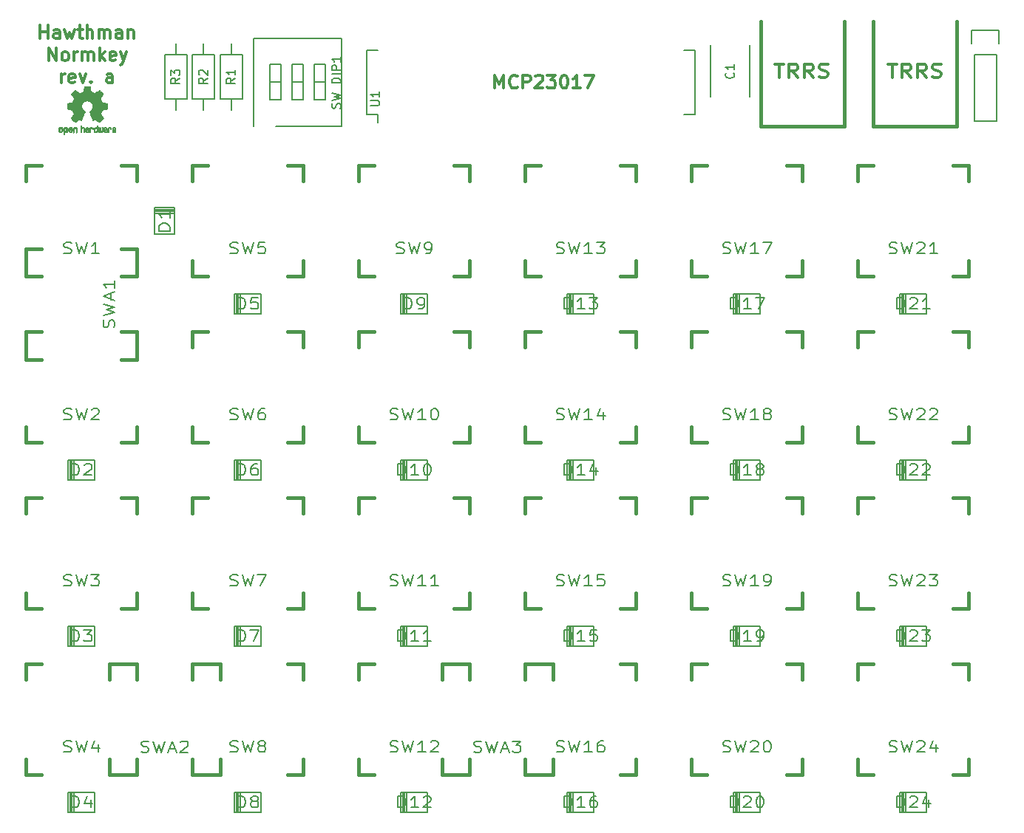
<source format=gbr>
G04 #@! TF.FileFunction,Legend,Top*
%FSLAX46Y46*%
G04 Gerber Fmt 4.6, Leading zero omitted, Abs format (unit mm)*
G04 Created by KiCad (PCBNEW 4.0.4-stable) date Tue Dec 20 19:00:27 2016*
%MOMM*%
%LPD*%
G01*
G04 APERTURE LIST*
%ADD10C,0.100000*%
%ADD11C,0.300000*%
%ADD12C,0.381000*%
%ADD13C,0.150000*%
%ADD14C,0.203200*%
%ADD15C,0.010000*%
%ADD16C,0.304800*%
G04 APERTURE END LIST*
D10*
D11*
X44696429Y-31183971D02*
X44696429Y-30183971D01*
X44696429Y-30469686D02*
X44767857Y-30326829D01*
X44839286Y-30255400D01*
X44982143Y-30183971D01*
X45125000Y-30183971D01*
X46196428Y-31112543D02*
X46053571Y-31183971D01*
X45767857Y-31183971D01*
X45625000Y-31112543D01*
X45553571Y-30969686D01*
X45553571Y-30398257D01*
X45625000Y-30255400D01*
X45767857Y-30183971D01*
X46053571Y-30183971D01*
X46196428Y-30255400D01*
X46267857Y-30398257D01*
X46267857Y-30541114D01*
X45553571Y-30683971D01*
X46767857Y-30183971D02*
X47125000Y-31183971D01*
X47482142Y-30183971D01*
X48053571Y-31041114D02*
X48124999Y-31112543D01*
X48053571Y-31183971D01*
X47982142Y-31112543D01*
X48053571Y-31041114D01*
X48053571Y-31183971D01*
X50553571Y-31183971D02*
X50553571Y-30398257D01*
X50482142Y-30255400D01*
X50339285Y-30183971D01*
X50053571Y-30183971D01*
X49910714Y-30255400D01*
X50553571Y-31112543D02*
X50410714Y-31183971D01*
X50053571Y-31183971D01*
X49910714Y-31112543D01*
X49839285Y-30969686D01*
X49839285Y-30826829D01*
X49910714Y-30683971D01*
X50053571Y-30612543D01*
X50410714Y-30612543D01*
X50553571Y-30541114D01*
X94337143Y-31793571D02*
X94337143Y-30293571D01*
X94837143Y-31365000D01*
X95337143Y-30293571D01*
X95337143Y-31793571D01*
X96908572Y-31650714D02*
X96837143Y-31722143D01*
X96622857Y-31793571D01*
X96480000Y-31793571D01*
X96265715Y-31722143D01*
X96122857Y-31579286D01*
X96051429Y-31436429D01*
X95980000Y-31150714D01*
X95980000Y-30936429D01*
X96051429Y-30650714D01*
X96122857Y-30507857D01*
X96265715Y-30365000D01*
X96480000Y-30293571D01*
X96622857Y-30293571D01*
X96837143Y-30365000D01*
X96908572Y-30436429D01*
X97551429Y-31793571D02*
X97551429Y-30293571D01*
X98122857Y-30293571D01*
X98265715Y-30365000D01*
X98337143Y-30436429D01*
X98408572Y-30579286D01*
X98408572Y-30793571D01*
X98337143Y-30936429D01*
X98265715Y-31007857D01*
X98122857Y-31079286D01*
X97551429Y-31079286D01*
X98980000Y-30436429D02*
X99051429Y-30365000D01*
X99194286Y-30293571D01*
X99551429Y-30293571D01*
X99694286Y-30365000D01*
X99765715Y-30436429D01*
X99837143Y-30579286D01*
X99837143Y-30722143D01*
X99765715Y-30936429D01*
X98908572Y-31793571D01*
X99837143Y-31793571D01*
X100337143Y-30293571D02*
X101265714Y-30293571D01*
X100765714Y-30865000D01*
X100980000Y-30865000D01*
X101122857Y-30936429D01*
X101194286Y-31007857D01*
X101265714Y-31150714D01*
X101265714Y-31507857D01*
X101194286Y-31650714D01*
X101122857Y-31722143D01*
X100980000Y-31793571D01*
X100551428Y-31793571D01*
X100408571Y-31722143D01*
X100337143Y-31650714D01*
X102194285Y-30293571D02*
X102337142Y-30293571D01*
X102479999Y-30365000D01*
X102551428Y-30436429D01*
X102622857Y-30579286D01*
X102694285Y-30865000D01*
X102694285Y-31222143D01*
X102622857Y-31507857D01*
X102551428Y-31650714D01*
X102479999Y-31722143D01*
X102337142Y-31793571D01*
X102194285Y-31793571D01*
X102051428Y-31722143D01*
X101979999Y-31650714D01*
X101908571Y-31507857D01*
X101837142Y-31222143D01*
X101837142Y-30865000D01*
X101908571Y-30579286D01*
X101979999Y-30436429D01*
X102051428Y-30365000D01*
X102194285Y-30293571D01*
X104122856Y-31793571D02*
X103265713Y-31793571D01*
X103694285Y-31793571D02*
X103694285Y-30293571D01*
X103551428Y-30507857D01*
X103408570Y-30650714D01*
X103265713Y-30722143D01*
X104622856Y-30293571D02*
X105622856Y-30293571D01*
X104979999Y-31793571D01*
X42267857Y-26098971D02*
X42267857Y-24598971D01*
X42267857Y-25313257D02*
X43125000Y-25313257D01*
X43125000Y-26098971D02*
X43125000Y-24598971D01*
X44482143Y-26098971D02*
X44482143Y-25313257D01*
X44410714Y-25170400D01*
X44267857Y-25098971D01*
X43982143Y-25098971D01*
X43839286Y-25170400D01*
X44482143Y-26027543D02*
X44339286Y-26098971D01*
X43982143Y-26098971D01*
X43839286Y-26027543D01*
X43767857Y-25884686D01*
X43767857Y-25741829D01*
X43839286Y-25598971D01*
X43982143Y-25527543D01*
X44339286Y-25527543D01*
X44482143Y-25456114D01*
X45053572Y-25098971D02*
X45339286Y-26098971D01*
X45625000Y-25384686D01*
X45910715Y-26098971D01*
X46196429Y-25098971D01*
X46553572Y-25098971D02*
X47125001Y-25098971D01*
X46767858Y-24598971D02*
X46767858Y-25884686D01*
X46839286Y-26027543D01*
X46982144Y-26098971D01*
X47125001Y-26098971D01*
X47625001Y-26098971D02*
X47625001Y-24598971D01*
X48267858Y-26098971D02*
X48267858Y-25313257D01*
X48196429Y-25170400D01*
X48053572Y-25098971D01*
X47839287Y-25098971D01*
X47696429Y-25170400D01*
X47625001Y-25241829D01*
X48982144Y-26098971D02*
X48982144Y-25098971D01*
X48982144Y-25241829D02*
X49053572Y-25170400D01*
X49196430Y-25098971D01*
X49410715Y-25098971D01*
X49553572Y-25170400D01*
X49625001Y-25313257D01*
X49625001Y-26098971D01*
X49625001Y-25313257D02*
X49696430Y-25170400D01*
X49839287Y-25098971D01*
X50053572Y-25098971D01*
X50196430Y-25170400D01*
X50267858Y-25313257D01*
X50267858Y-26098971D01*
X51625001Y-26098971D02*
X51625001Y-25313257D01*
X51553572Y-25170400D01*
X51410715Y-25098971D01*
X51125001Y-25098971D01*
X50982144Y-25170400D01*
X51625001Y-26027543D02*
X51482144Y-26098971D01*
X51125001Y-26098971D01*
X50982144Y-26027543D01*
X50910715Y-25884686D01*
X50910715Y-25741829D01*
X50982144Y-25598971D01*
X51125001Y-25527543D01*
X51482144Y-25527543D01*
X51625001Y-25456114D01*
X52339287Y-25098971D02*
X52339287Y-26098971D01*
X52339287Y-25241829D02*
X52410715Y-25170400D01*
X52553573Y-25098971D01*
X52767858Y-25098971D01*
X52910715Y-25170400D01*
X52982144Y-25313257D01*
X52982144Y-26098971D01*
X43232143Y-28648971D02*
X43232143Y-27148971D01*
X44089286Y-28648971D01*
X44089286Y-27148971D01*
X45017858Y-28648971D02*
X44875000Y-28577543D01*
X44803572Y-28506114D01*
X44732143Y-28363257D01*
X44732143Y-27934686D01*
X44803572Y-27791829D01*
X44875000Y-27720400D01*
X45017858Y-27648971D01*
X45232143Y-27648971D01*
X45375000Y-27720400D01*
X45446429Y-27791829D01*
X45517858Y-27934686D01*
X45517858Y-28363257D01*
X45446429Y-28506114D01*
X45375000Y-28577543D01*
X45232143Y-28648971D01*
X45017858Y-28648971D01*
X46160715Y-28648971D02*
X46160715Y-27648971D01*
X46160715Y-27934686D02*
X46232143Y-27791829D01*
X46303572Y-27720400D01*
X46446429Y-27648971D01*
X46589286Y-27648971D01*
X47089286Y-28648971D02*
X47089286Y-27648971D01*
X47089286Y-27791829D02*
X47160714Y-27720400D01*
X47303572Y-27648971D01*
X47517857Y-27648971D01*
X47660714Y-27720400D01*
X47732143Y-27863257D01*
X47732143Y-28648971D01*
X47732143Y-27863257D02*
X47803572Y-27720400D01*
X47946429Y-27648971D01*
X48160714Y-27648971D01*
X48303572Y-27720400D01*
X48375000Y-27863257D01*
X48375000Y-28648971D01*
X49089286Y-28648971D02*
X49089286Y-27148971D01*
X49232143Y-28077543D02*
X49660714Y-28648971D01*
X49660714Y-27648971D02*
X49089286Y-28220400D01*
X50875000Y-28577543D02*
X50732143Y-28648971D01*
X50446429Y-28648971D01*
X50303572Y-28577543D01*
X50232143Y-28434686D01*
X50232143Y-27863257D01*
X50303572Y-27720400D01*
X50446429Y-27648971D01*
X50732143Y-27648971D01*
X50875000Y-27720400D01*
X50946429Y-27863257D01*
X50946429Y-28006114D01*
X50232143Y-28148971D01*
X51446429Y-27648971D02*
X51803572Y-28648971D01*
X52160714Y-27648971D02*
X51803572Y-28648971D01*
X51660714Y-29006114D01*
X51589286Y-29077543D01*
X51446429Y-29148971D01*
D12*
X40640000Y-40640000D02*
X42418000Y-40640000D01*
X51562000Y-40640000D02*
X53340000Y-40640000D01*
X53340000Y-40640000D02*
X53340000Y-42418000D01*
X53340000Y-51562000D02*
X53340000Y-53340000D01*
X53340000Y-53340000D02*
X51562000Y-53340000D01*
X42418000Y-53340000D02*
X40640000Y-53340000D01*
X40640000Y-53340000D02*
X40640000Y-51562000D01*
X40640000Y-42418000D02*
X40640000Y-40640000D01*
X78740000Y-59690000D02*
X80518000Y-59690000D01*
X89662000Y-59690000D02*
X91440000Y-59690000D01*
X91440000Y-59690000D02*
X91440000Y-61468000D01*
X91440000Y-70612000D02*
X91440000Y-72390000D01*
X91440000Y-72390000D02*
X89662000Y-72390000D01*
X80518000Y-72390000D02*
X78740000Y-72390000D01*
X78740000Y-72390000D02*
X78740000Y-70612000D01*
X78740000Y-61468000D02*
X78740000Y-59690000D01*
X40640000Y-97790000D02*
X42418000Y-97790000D01*
X51562000Y-97790000D02*
X53340000Y-97790000D01*
X53340000Y-97790000D02*
X53340000Y-99568000D01*
X53340000Y-108712000D02*
X53340000Y-110490000D01*
X53340000Y-110490000D02*
X51562000Y-110490000D01*
X42418000Y-110490000D02*
X40640000Y-110490000D01*
X40640000Y-110490000D02*
X40640000Y-108712000D01*
X40640000Y-99568000D02*
X40640000Y-97790000D01*
X40640000Y-59690000D02*
X42418000Y-59690000D01*
X51562000Y-59690000D02*
X53340000Y-59690000D01*
X53340000Y-59690000D02*
X53340000Y-61468000D01*
X53340000Y-70612000D02*
X53340000Y-72390000D01*
X53340000Y-72390000D02*
X51562000Y-72390000D01*
X42418000Y-72390000D02*
X40640000Y-72390000D01*
X40640000Y-72390000D02*
X40640000Y-70612000D01*
X40640000Y-61468000D02*
X40640000Y-59690000D01*
D13*
X57615000Y-46115400D02*
X55415000Y-46115400D01*
X55415000Y-45915400D02*
X57615000Y-45915400D01*
X55515000Y-45715400D02*
X55415000Y-45715400D01*
X55415000Y-45715400D02*
X55515000Y-45715400D01*
X57615000Y-45715400D02*
X55515000Y-45715400D01*
D14*
X55372000Y-48539400D02*
X55372000Y-45491400D01*
X55372000Y-45491400D02*
X57658000Y-45491400D01*
X57658000Y-45491400D02*
X57658000Y-48539400D01*
X57658000Y-48539400D02*
X55372000Y-48539400D01*
D13*
X46090000Y-74465000D02*
X46090000Y-76665000D01*
X45890000Y-76665000D02*
X45890000Y-74465000D01*
X45690000Y-76565000D02*
X45690000Y-76665000D01*
X45690000Y-76665000D02*
X45690000Y-76565000D01*
X45690000Y-74465000D02*
X45690000Y-76565000D01*
D14*
X48514000Y-76708000D02*
X45466000Y-76708000D01*
X45466000Y-76708000D02*
X45466000Y-74422000D01*
X45466000Y-74422000D02*
X48514000Y-74422000D01*
X48514000Y-74422000D02*
X48514000Y-76708000D01*
D13*
X46090000Y-93515000D02*
X46090000Y-95715000D01*
X45890000Y-95715000D02*
X45890000Y-93515000D01*
X45690000Y-95615000D02*
X45690000Y-95715000D01*
X45690000Y-95715000D02*
X45690000Y-95615000D01*
X45690000Y-93515000D02*
X45690000Y-95615000D01*
D14*
X48514000Y-95758000D02*
X45466000Y-95758000D01*
X45466000Y-95758000D02*
X45466000Y-93472000D01*
X45466000Y-93472000D02*
X48514000Y-93472000D01*
X48514000Y-93472000D02*
X48514000Y-95758000D01*
D13*
X46090000Y-112565000D02*
X46090000Y-114765000D01*
X45890000Y-114765000D02*
X45890000Y-112565000D01*
X45690000Y-114665000D02*
X45690000Y-114765000D01*
X45690000Y-114765000D02*
X45690000Y-114665000D01*
X45690000Y-112565000D02*
X45690000Y-114665000D01*
D14*
X48514000Y-114808000D02*
X45466000Y-114808000D01*
X45466000Y-114808000D02*
X45466000Y-112522000D01*
X45466000Y-112522000D02*
X48514000Y-112522000D01*
X48514000Y-112522000D02*
X48514000Y-114808000D01*
D13*
X65140000Y-55415000D02*
X65140000Y-57615000D01*
X64940000Y-57615000D02*
X64940000Y-55415000D01*
X64740000Y-57515000D02*
X64740000Y-57615000D01*
X64740000Y-57615000D02*
X64740000Y-57515000D01*
X64740000Y-55415000D02*
X64740000Y-57515000D01*
D14*
X67564000Y-57658000D02*
X64516000Y-57658000D01*
X64516000Y-57658000D02*
X64516000Y-55372000D01*
X64516000Y-55372000D02*
X67564000Y-55372000D01*
X67564000Y-55372000D02*
X67564000Y-57658000D01*
D13*
X65140000Y-74465000D02*
X65140000Y-76665000D01*
X64940000Y-76665000D02*
X64940000Y-74465000D01*
X64740000Y-76565000D02*
X64740000Y-76665000D01*
X64740000Y-76665000D02*
X64740000Y-76565000D01*
X64740000Y-74465000D02*
X64740000Y-76565000D01*
D14*
X67564000Y-76708000D02*
X64516000Y-76708000D01*
X64516000Y-76708000D02*
X64516000Y-74422000D01*
X64516000Y-74422000D02*
X67564000Y-74422000D01*
X67564000Y-74422000D02*
X67564000Y-76708000D01*
D13*
X65140000Y-93515000D02*
X65140000Y-95715000D01*
X64940000Y-95715000D02*
X64940000Y-93515000D01*
X64740000Y-95615000D02*
X64740000Y-95715000D01*
X64740000Y-95715000D02*
X64740000Y-95615000D01*
X64740000Y-93515000D02*
X64740000Y-95615000D01*
D14*
X67564000Y-95758000D02*
X64516000Y-95758000D01*
X64516000Y-95758000D02*
X64516000Y-93472000D01*
X64516000Y-93472000D02*
X67564000Y-93472000D01*
X67564000Y-93472000D02*
X67564000Y-95758000D01*
D13*
X65140000Y-112565000D02*
X65140000Y-114765000D01*
X64940000Y-114765000D02*
X64940000Y-112565000D01*
X64740000Y-114665000D02*
X64740000Y-114765000D01*
X64740000Y-114765000D02*
X64740000Y-114665000D01*
X64740000Y-112565000D02*
X64740000Y-114665000D01*
D14*
X67564000Y-114808000D02*
X64516000Y-114808000D01*
X64516000Y-114808000D02*
X64516000Y-112522000D01*
X64516000Y-112522000D02*
X67564000Y-112522000D01*
X67564000Y-112522000D02*
X67564000Y-114808000D01*
D13*
X84190000Y-55415000D02*
X84190000Y-57615000D01*
X83990000Y-57615000D02*
X83990000Y-55415000D01*
X83790000Y-57515000D02*
X83790000Y-57615000D01*
X83790000Y-57615000D02*
X83790000Y-57515000D01*
X83790000Y-55415000D02*
X83790000Y-57515000D01*
D14*
X86614000Y-57658000D02*
X83566000Y-57658000D01*
X83566000Y-57658000D02*
X83566000Y-55372000D01*
X83566000Y-55372000D02*
X86614000Y-55372000D01*
X86614000Y-55372000D02*
X86614000Y-57658000D01*
D13*
X84190000Y-74465000D02*
X84190000Y-76665000D01*
X83990000Y-76665000D02*
X83990000Y-74465000D01*
X83790000Y-76565000D02*
X83790000Y-76665000D01*
X83790000Y-76665000D02*
X83790000Y-76565000D01*
X83790000Y-74465000D02*
X83790000Y-76565000D01*
D14*
X86614000Y-76708000D02*
X83566000Y-76708000D01*
X83566000Y-76708000D02*
X83566000Y-74422000D01*
X83566000Y-74422000D02*
X86614000Y-74422000D01*
X86614000Y-74422000D02*
X86614000Y-76708000D01*
D13*
X84190000Y-93515000D02*
X84190000Y-95715000D01*
X83990000Y-95715000D02*
X83990000Y-93515000D01*
X83790000Y-95615000D02*
X83790000Y-95715000D01*
X83790000Y-95715000D02*
X83790000Y-95615000D01*
X83790000Y-93515000D02*
X83790000Y-95615000D01*
D14*
X86614000Y-95758000D02*
X83566000Y-95758000D01*
X83566000Y-95758000D02*
X83566000Y-93472000D01*
X83566000Y-93472000D02*
X86614000Y-93472000D01*
X86614000Y-93472000D02*
X86614000Y-95758000D01*
D13*
X84190000Y-112565000D02*
X84190000Y-114765000D01*
X83990000Y-114765000D02*
X83990000Y-112565000D01*
X83790000Y-114665000D02*
X83790000Y-114765000D01*
X83790000Y-114765000D02*
X83790000Y-114665000D01*
X83790000Y-112565000D02*
X83790000Y-114665000D01*
D14*
X86614000Y-114808000D02*
X83566000Y-114808000D01*
X83566000Y-114808000D02*
X83566000Y-112522000D01*
X83566000Y-112522000D02*
X86614000Y-112522000D01*
X86614000Y-112522000D02*
X86614000Y-114808000D01*
D13*
X103240000Y-55415000D02*
X103240000Y-57615000D01*
X103040000Y-57615000D02*
X103040000Y-55415000D01*
X102840000Y-57515000D02*
X102840000Y-57615000D01*
X102840000Y-57615000D02*
X102840000Y-57515000D01*
X102840000Y-55415000D02*
X102840000Y-57515000D01*
D14*
X105664000Y-57658000D02*
X102616000Y-57658000D01*
X102616000Y-57658000D02*
X102616000Y-55372000D01*
X102616000Y-55372000D02*
X105664000Y-55372000D01*
X105664000Y-55372000D02*
X105664000Y-57658000D01*
D13*
X103240000Y-74465000D02*
X103240000Y-76665000D01*
X103040000Y-76665000D02*
X103040000Y-74465000D01*
X102840000Y-76565000D02*
X102840000Y-76665000D01*
X102840000Y-76665000D02*
X102840000Y-76565000D01*
X102840000Y-74465000D02*
X102840000Y-76565000D01*
D14*
X105664000Y-76708000D02*
X102616000Y-76708000D01*
X102616000Y-76708000D02*
X102616000Y-74422000D01*
X102616000Y-74422000D02*
X105664000Y-74422000D01*
X105664000Y-74422000D02*
X105664000Y-76708000D01*
D13*
X103240000Y-93515000D02*
X103240000Y-95715000D01*
X103040000Y-95715000D02*
X103040000Y-93515000D01*
X102840000Y-95615000D02*
X102840000Y-95715000D01*
X102840000Y-95715000D02*
X102840000Y-95615000D01*
X102840000Y-93515000D02*
X102840000Y-95615000D01*
D14*
X105664000Y-95758000D02*
X102616000Y-95758000D01*
X102616000Y-95758000D02*
X102616000Y-93472000D01*
X102616000Y-93472000D02*
X105664000Y-93472000D01*
X105664000Y-93472000D02*
X105664000Y-95758000D01*
D13*
X103240000Y-112565000D02*
X103240000Y-114765000D01*
X103040000Y-114765000D02*
X103040000Y-112565000D01*
X102840000Y-114665000D02*
X102840000Y-114765000D01*
X102840000Y-114765000D02*
X102840000Y-114665000D01*
X102840000Y-112565000D02*
X102840000Y-114665000D01*
D14*
X105664000Y-114808000D02*
X102616000Y-114808000D01*
X102616000Y-114808000D02*
X102616000Y-112522000D01*
X102616000Y-112522000D02*
X105664000Y-112522000D01*
X105664000Y-112522000D02*
X105664000Y-114808000D01*
D13*
X122290000Y-55415000D02*
X122290000Y-57615000D01*
X122090000Y-57615000D02*
X122090000Y-55415000D01*
X121890000Y-57515000D02*
X121890000Y-57615000D01*
X121890000Y-57615000D02*
X121890000Y-57515000D01*
X121890000Y-55415000D02*
X121890000Y-57515000D01*
D14*
X124714000Y-57658000D02*
X121666000Y-57658000D01*
X121666000Y-57658000D02*
X121666000Y-55372000D01*
X121666000Y-55372000D02*
X124714000Y-55372000D01*
X124714000Y-55372000D02*
X124714000Y-57658000D01*
D13*
X122290000Y-74465000D02*
X122290000Y-76665000D01*
X122090000Y-76665000D02*
X122090000Y-74465000D01*
X121890000Y-76565000D02*
X121890000Y-76665000D01*
X121890000Y-76665000D02*
X121890000Y-76565000D01*
X121890000Y-74465000D02*
X121890000Y-76565000D01*
D14*
X124714000Y-76708000D02*
X121666000Y-76708000D01*
X121666000Y-76708000D02*
X121666000Y-74422000D01*
X121666000Y-74422000D02*
X124714000Y-74422000D01*
X124714000Y-74422000D02*
X124714000Y-76708000D01*
D13*
X122290000Y-93515000D02*
X122290000Y-95715000D01*
X122090000Y-95715000D02*
X122090000Y-93515000D01*
X121890000Y-95615000D02*
X121890000Y-95715000D01*
X121890000Y-95715000D02*
X121890000Y-95615000D01*
X121890000Y-93515000D02*
X121890000Y-95615000D01*
D14*
X124714000Y-95758000D02*
X121666000Y-95758000D01*
X121666000Y-95758000D02*
X121666000Y-93472000D01*
X121666000Y-93472000D02*
X124714000Y-93472000D01*
X124714000Y-93472000D02*
X124714000Y-95758000D01*
D13*
X122290000Y-112565000D02*
X122290000Y-114765000D01*
X122090000Y-114765000D02*
X122090000Y-112565000D01*
X121890000Y-114665000D02*
X121890000Y-114765000D01*
X121890000Y-114765000D02*
X121890000Y-114665000D01*
X121890000Y-112565000D02*
X121890000Y-114665000D01*
D14*
X124714000Y-114808000D02*
X121666000Y-114808000D01*
X121666000Y-114808000D02*
X121666000Y-112522000D01*
X121666000Y-112522000D02*
X124714000Y-112522000D01*
X124714000Y-112522000D02*
X124714000Y-114808000D01*
D13*
X141340000Y-55415000D02*
X141340000Y-57615000D01*
X141140000Y-57615000D02*
X141140000Y-55415000D01*
X140940000Y-57515000D02*
X140940000Y-57615000D01*
X140940000Y-57615000D02*
X140940000Y-57515000D01*
X140940000Y-55415000D02*
X140940000Y-57515000D01*
D14*
X143764000Y-57658000D02*
X140716000Y-57658000D01*
X140716000Y-57658000D02*
X140716000Y-55372000D01*
X140716000Y-55372000D02*
X143764000Y-55372000D01*
X143764000Y-55372000D02*
X143764000Y-57658000D01*
D13*
X141340000Y-74465000D02*
X141340000Y-76665000D01*
X141140000Y-76665000D02*
X141140000Y-74465000D01*
X140940000Y-76565000D02*
X140940000Y-76665000D01*
X140940000Y-76665000D02*
X140940000Y-76565000D01*
X140940000Y-74465000D02*
X140940000Y-76565000D01*
D14*
X143764000Y-76708000D02*
X140716000Y-76708000D01*
X140716000Y-76708000D02*
X140716000Y-74422000D01*
X140716000Y-74422000D02*
X143764000Y-74422000D01*
X143764000Y-74422000D02*
X143764000Y-76708000D01*
D13*
X141340000Y-93515000D02*
X141340000Y-95715000D01*
X141140000Y-95715000D02*
X141140000Y-93515000D01*
X140940000Y-95615000D02*
X140940000Y-95715000D01*
X140940000Y-95715000D02*
X140940000Y-95615000D01*
X140940000Y-93515000D02*
X140940000Y-95615000D01*
D14*
X143764000Y-95758000D02*
X140716000Y-95758000D01*
X140716000Y-95758000D02*
X140716000Y-93472000D01*
X140716000Y-93472000D02*
X143764000Y-93472000D01*
X143764000Y-93472000D02*
X143764000Y-95758000D01*
D13*
X141340000Y-112565000D02*
X141340000Y-114765000D01*
X141140000Y-114765000D02*
X141140000Y-112565000D01*
X140940000Y-114665000D02*
X140940000Y-114765000D01*
X140940000Y-114765000D02*
X140940000Y-114665000D01*
X140940000Y-112565000D02*
X140940000Y-114665000D01*
D14*
X143764000Y-114808000D02*
X140716000Y-114808000D01*
X140716000Y-114808000D02*
X140716000Y-112522000D01*
X140716000Y-112522000D02*
X143764000Y-112522000D01*
X143764000Y-112522000D02*
X143764000Y-114808000D01*
D12*
X40640000Y-78740000D02*
X42418000Y-78740000D01*
X51562000Y-78740000D02*
X53340000Y-78740000D01*
X53340000Y-78740000D02*
X53340000Y-80518000D01*
X53340000Y-89662000D02*
X53340000Y-91440000D01*
X53340000Y-91440000D02*
X51562000Y-91440000D01*
X42418000Y-91440000D02*
X40640000Y-91440000D01*
X40640000Y-91440000D02*
X40640000Y-89662000D01*
X40640000Y-80518000D02*
X40640000Y-78740000D01*
X59690000Y-40640000D02*
X61468000Y-40640000D01*
X70612000Y-40640000D02*
X72390000Y-40640000D01*
X72390000Y-40640000D02*
X72390000Y-42418000D01*
X72390000Y-51562000D02*
X72390000Y-53340000D01*
X72390000Y-53340000D02*
X70612000Y-53340000D01*
X61468000Y-53340000D02*
X59690000Y-53340000D01*
X59690000Y-53340000D02*
X59690000Y-51562000D01*
X59690000Y-42418000D02*
X59690000Y-40640000D01*
X59690000Y-59690000D02*
X61468000Y-59690000D01*
X70612000Y-59690000D02*
X72390000Y-59690000D01*
X72390000Y-59690000D02*
X72390000Y-61468000D01*
X72390000Y-70612000D02*
X72390000Y-72390000D01*
X72390000Y-72390000D02*
X70612000Y-72390000D01*
X61468000Y-72390000D02*
X59690000Y-72390000D01*
X59690000Y-72390000D02*
X59690000Y-70612000D01*
X59690000Y-61468000D02*
X59690000Y-59690000D01*
X59690000Y-78740000D02*
X61468000Y-78740000D01*
X70612000Y-78740000D02*
X72390000Y-78740000D01*
X72390000Y-78740000D02*
X72390000Y-80518000D01*
X72390000Y-89662000D02*
X72390000Y-91440000D01*
X72390000Y-91440000D02*
X70612000Y-91440000D01*
X61468000Y-91440000D02*
X59690000Y-91440000D01*
X59690000Y-91440000D02*
X59690000Y-89662000D01*
X59690000Y-80518000D02*
X59690000Y-78740000D01*
X59690000Y-97790000D02*
X61468000Y-97790000D01*
X70612000Y-97790000D02*
X72390000Y-97790000D01*
X72390000Y-97790000D02*
X72390000Y-99568000D01*
X72390000Y-108712000D02*
X72390000Y-110490000D01*
X72390000Y-110490000D02*
X70612000Y-110490000D01*
X61468000Y-110490000D02*
X59690000Y-110490000D01*
X59690000Y-110490000D02*
X59690000Y-108712000D01*
X59690000Y-99568000D02*
X59690000Y-97790000D01*
X78740000Y-40640000D02*
X80518000Y-40640000D01*
X89662000Y-40640000D02*
X91440000Y-40640000D01*
X91440000Y-40640000D02*
X91440000Y-42418000D01*
X91440000Y-51562000D02*
X91440000Y-53340000D01*
X91440000Y-53340000D02*
X89662000Y-53340000D01*
X80518000Y-53340000D02*
X78740000Y-53340000D01*
X78740000Y-53340000D02*
X78740000Y-51562000D01*
X78740000Y-42418000D02*
X78740000Y-40640000D01*
X78740000Y-78740000D02*
X80518000Y-78740000D01*
X89662000Y-78740000D02*
X91440000Y-78740000D01*
X91440000Y-78740000D02*
X91440000Y-80518000D01*
X91440000Y-89662000D02*
X91440000Y-91440000D01*
X91440000Y-91440000D02*
X89662000Y-91440000D01*
X80518000Y-91440000D02*
X78740000Y-91440000D01*
X78740000Y-91440000D02*
X78740000Y-89662000D01*
X78740000Y-80518000D02*
X78740000Y-78740000D01*
X78740000Y-97790000D02*
X80518000Y-97790000D01*
X89662000Y-97790000D02*
X91440000Y-97790000D01*
X91440000Y-97790000D02*
X91440000Y-99568000D01*
X91440000Y-108712000D02*
X91440000Y-110490000D01*
X91440000Y-110490000D02*
X89662000Y-110490000D01*
X80518000Y-110490000D02*
X78740000Y-110490000D01*
X78740000Y-110490000D02*
X78740000Y-108712000D01*
X78740000Y-99568000D02*
X78740000Y-97790000D01*
X97790000Y-40640000D02*
X99568000Y-40640000D01*
X108712000Y-40640000D02*
X110490000Y-40640000D01*
X110490000Y-40640000D02*
X110490000Y-42418000D01*
X110490000Y-51562000D02*
X110490000Y-53340000D01*
X110490000Y-53340000D02*
X108712000Y-53340000D01*
X99568000Y-53340000D02*
X97790000Y-53340000D01*
X97790000Y-53340000D02*
X97790000Y-51562000D01*
X97790000Y-42418000D02*
X97790000Y-40640000D01*
X97790000Y-59690000D02*
X99568000Y-59690000D01*
X108712000Y-59690000D02*
X110490000Y-59690000D01*
X110490000Y-59690000D02*
X110490000Y-61468000D01*
X110490000Y-70612000D02*
X110490000Y-72390000D01*
X110490000Y-72390000D02*
X108712000Y-72390000D01*
X99568000Y-72390000D02*
X97790000Y-72390000D01*
X97790000Y-72390000D02*
X97790000Y-70612000D01*
X97790000Y-61468000D02*
X97790000Y-59690000D01*
X97790000Y-78740000D02*
X99568000Y-78740000D01*
X108712000Y-78740000D02*
X110490000Y-78740000D01*
X110490000Y-78740000D02*
X110490000Y-80518000D01*
X110490000Y-89662000D02*
X110490000Y-91440000D01*
X110490000Y-91440000D02*
X108712000Y-91440000D01*
X99568000Y-91440000D02*
X97790000Y-91440000D01*
X97790000Y-91440000D02*
X97790000Y-89662000D01*
X97790000Y-80518000D02*
X97790000Y-78740000D01*
X97790000Y-97790000D02*
X99568000Y-97790000D01*
X108712000Y-97790000D02*
X110490000Y-97790000D01*
X110490000Y-97790000D02*
X110490000Y-99568000D01*
X110490000Y-108712000D02*
X110490000Y-110490000D01*
X110490000Y-110490000D02*
X108712000Y-110490000D01*
X99568000Y-110490000D02*
X97790000Y-110490000D01*
X97790000Y-110490000D02*
X97790000Y-108712000D01*
X97790000Y-99568000D02*
X97790000Y-97790000D01*
X116840000Y-40640000D02*
X118618000Y-40640000D01*
X127762000Y-40640000D02*
X129540000Y-40640000D01*
X129540000Y-40640000D02*
X129540000Y-42418000D01*
X129540000Y-51562000D02*
X129540000Y-53340000D01*
X129540000Y-53340000D02*
X127762000Y-53340000D01*
X118618000Y-53340000D02*
X116840000Y-53340000D01*
X116840000Y-53340000D02*
X116840000Y-51562000D01*
X116840000Y-42418000D02*
X116840000Y-40640000D01*
X116840000Y-59690000D02*
X118618000Y-59690000D01*
X127762000Y-59690000D02*
X129540000Y-59690000D01*
X129540000Y-59690000D02*
X129540000Y-61468000D01*
X129540000Y-70612000D02*
X129540000Y-72390000D01*
X129540000Y-72390000D02*
X127762000Y-72390000D01*
X118618000Y-72390000D02*
X116840000Y-72390000D01*
X116840000Y-72390000D02*
X116840000Y-70612000D01*
X116840000Y-61468000D02*
X116840000Y-59690000D01*
X116840000Y-78740000D02*
X118618000Y-78740000D01*
X127762000Y-78740000D02*
X129540000Y-78740000D01*
X129540000Y-78740000D02*
X129540000Y-80518000D01*
X129540000Y-89662000D02*
X129540000Y-91440000D01*
X129540000Y-91440000D02*
X127762000Y-91440000D01*
X118618000Y-91440000D02*
X116840000Y-91440000D01*
X116840000Y-91440000D02*
X116840000Y-89662000D01*
X116840000Y-80518000D02*
X116840000Y-78740000D01*
X116840000Y-97790000D02*
X118618000Y-97790000D01*
X127762000Y-97790000D02*
X129540000Y-97790000D01*
X129540000Y-97790000D02*
X129540000Y-99568000D01*
X129540000Y-108712000D02*
X129540000Y-110490000D01*
X129540000Y-110490000D02*
X127762000Y-110490000D01*
X118618000Y-110490000D02*
X116840000Y-110490000D01*
X116840000Y-110490000D02*
X116840000Y-108712000D01*
X116840000Y-99568000D02*
X116840000Y-97790000D01*
X135890000Y-40640000D02*
X137668000Y-40640000D01*
X146812000Y-40640000D02*
X148590000Y-40640000D01*
X148590000Y-40640000D02*
X148590000Y-42418000D01*
X148590000Y-51562000D02*
X148590000Y-53340000D01*
X148590000Y-53340000D02*
X146812000Y-53340000D01*
X137668000Y-53340000D02*
X135890000Y-53340000D01*
X135890000Y-53340000D02*
X135890000Y-51562000D01*
X135890000Y-42418000D02*
X135890000Y-40640000D01*
X135890000Y-59690000D02*
X137668000Y-59690000D01*
X146812000Y-59690000D02*
X148590000Y-59690000D01*
X148590000Y-59690000D02*
X148590000Y-61468000D01*
X148590000Y-70612000D02*
X148590000Y-72390000D01*
X148590000Y-72390000D02*
X146812000Y-72390000D01*
X137668000Y-72390000D02*
X135890000Y-72390000D01*
X135890000Y-72390000D02*
X135890000Y-70612000D01*
X135890000Y-61468000D02*
X135890000Y-59690000D01*
X135890000Y-78740000D02*
X137668000Y-78740000D01*
X146812000Y-78740000D02*
X148590000Y-78740000D01*
X148590000Y-78740000D02*
X148590000Y-80518000D01*
X148590000Y-89662000D02*
X148590000Y-91440000D01*
X148590000Y-91440000D02*
X146812000Y-91440000D01*
X137668000Y-91440000D02*
X135890000Y-91440000D01*
X135890000Y-91440000D02*
X135890000Y-89662000D01*
X135890000Y-80518000D02*
X135890000Y-78740000D01*
X135890000Y-97790000D02*
X137668000Y-97790000D01*
X146812000Y-97790000D02*
X148590000Y-97790000D01*
X148590000Y-97790000D02*
X148590000Y-99568000D01*
X148590000Y-108712000D02*
X148590000Y-110490000D01*
X148590000Y-110490000D02*
X146812000Y-110490000D01*
X137668000Y-110490000D02*
X135890000Y-110490000D01*
X135890000Y-110490000D02*
X135890000Y-108712000D01*
X135890000Y-99568000D02*
X135890000Y-97790000D01*
D13*
X79620000Y-34790000D02*
X80890000Y-34790000D01*
X79620000Y-27440000D02*
X80890000Y-27440000D01*
X117230000Y-27440000D02*
X115960000Y-27440000D01*
X117230000Y-34790000D02*
X115960000Y-34790000D01*
X79620000Y-34790000D02*
X79620000Y-27440000D01*
X117230000Y-34790000D02*
X117230000Y-27440000D01*
X80890000Y-34790000D02*
X80890000Y-35725000D01*
X68575000Y-29085000D02*
X68575000Y-33145000D01*
X68575000Y-31115000D02*
X69855000Y-31115000D01*
X68575000Y-33145000D02*
X69855000Y-33145000D01*
X69855000Y-33145000D02*
X69855000Y-29085000D01*
X69855000Y-29085000D02*
X68575000Y-29085000D01*
X71115000Y-29085000D02*
X71115000Y-33145000D01*
X71115000Y-31115000D02*
X72395000Y-31115000D01*
X71115000Y-33145000D02*
X72395000Y-33145000D01*
X72395000Y-33145000D02*
X72395000Y-29085000D01*
X72395000Y-29085000D02*
X71115000Y-29085000D01*
X73655000Y-29085000D02*
X73655000Y-33145000D01*
X73655000Y-31115000D02*
X74935000Y-31115000D01*
X73655000Y-33145000D02*
X74935000Y-33145000D01*
X74935000Y-33145000D02*
X74935000Y-29085000D01*
X74935000Y-29085000D02*
X73655000Y-29085000D01*
X66735000Y-36135000D02*
X66735000Y-26095000D01*
X66735000Y-26095000D02*
X76775000Y-26095000D01*
X76775000Y-26095000D02*
X76775000Y-36135000D01*
X76775000Y-36135000D02*
X69215000Y-36135000D01*
X62865000Y-33020000D02*
X62865000Y-27940000D01*
X62865000Y-27940000D02*
X65405000Y-27940000D01*
X65405000Y-27940000D02*
X65405000Y-33020000D01*
X65405000Y-33020000D02*
X62865000Y-33020000D01*
X64135000Y-33020000D02*
X64135000Y-34290000D01*
X64135000Y-27940000D02*
X64135000Y-26670000D01*
X59690000Y-33020000D02*
X59690000Y-27940000D01*
X59690000Y-27940000D02*
X62230000Y-27940000D01*
X62230000Y-27940000D02*
X62230000Y-33020000D01*
X62230000Y-33020000D02*
X59690000Y-33020000D01*
X60960000Y-33020000D02*
X60960000Y-34290000D01*
X60960000Y-27940000D02*
X60960000Y-26670000D01*
X56515000Y-33020000D02*
X56515000Y-27940000D01*
X56515000Y-27940000D02*
X59055000Y-27940000D01*
X59055000Y-27940000D02*
X59055000Y-33020000D01*
X59055000Y-33020000D02*
X56515000Y-33020000D01*
X57785000Y-33020000D02*
X57785000Y-34290000D01*
X57785000Y-27940000D02*
X57785000Y-26670000D01*
D12*
X134340600Y-24130000D02*
X134340600Y-36195000D01*
X134340600Y-36195000D02*
X124739400Y-36195000D01*
X124739400Y-36195000D02*
X124739400Y-24130000D01*
X147243800Y-24130000D02*
X147243800Y-36195000D01*
X147243800Y-36195000D02*
X137642600Y-36195000D01*
X137642600Y-36195000D02*
X137642600Y-24130000D01*
D13*
X123535000Y-26805000D02*
X123535000Y-32805000D01*
X119035000Y-32805000D02*
X119035000Y-26805000D01*
D15*
G36*
X45224744Y-36235318D02*
X45280201Y-36262968D01*
X45329148Y-36313880D01*
X45342629Y-36332738D01*
X45357314Y-36357415D01*
X45366842Y-36384216D01*
X45372293Y-36419987D01*
X45374747Y-36471569D01*
X45375286Y-36539667D01*
X45372852Y-36632988D01*
X45364394Y-36703057D01*
X45348174Y-36755331D01*
X45322454Y-36795269D01*
X45285497Y-36828329D01*
X45282782Y-36830286D01*
X45246360Y-36850308D01*
X45202502Y-36860215D01*
X45146724Y-36862657D01*
X45056048Y-36862657D01*
X45056010Y-36950683D01*
X45055166Y-36999708D01*
X45050024Y-37028465D01*
X45036587Y-37045711D01*
X45010858Y-37060208D01*
X45004679Y-37063169D01*
X44975764Y-37077048D01*
X44953376Y-37085814D01*
X44936729Y-37086571D01*
X44925036Y-37076423D01*
X44917510Y-37052473D01*
X44913366Y-37011826D01*
X44911815Y-36951586D01*
X44912071Y-36868855D01*
X44913349Y-36760739D01*
X44913748Y-36728400D01*
X44915185Y-36616924D01*
X44916472Y-36544003D01*
X45055971Y-36544003D01*
X45056755Y-36605899D01*
X45060240Y-36646397D01*
X45068124Y-36673108D01*
X45082105Y-36693644D01*
X45091597Y-36703660D01*
X45130404Y-36732967D01*
X45164763Y-36735352D01*
X45200216Y-36711150D01*
X45201114Y-36710257D01*
X45215539Y-36691553D01*
X45224313Y-36666132D01*
X45228739Y-36626984D01*
X45230118Y-36567097D01*
X45230143Y-36553830D01*
X45226812Y-36471301D01*
X45215969Y-36414091D01*
X45196340Y-36379166D01*
X45166650Y-36363494D01*
X45149491Y-36361914D01*
X45108766Y-36369326D01*
X45080832Y-36393730D01*
X45064017Y-36438380D01*
X45056650Y-36506530D01*
X45055971Y-36544003D01*
X44916472Y-36544003D01*
X44916708Y-36530645D01*
X44918677Y-36465733D01*
X44921450Y-36418358D01*
X44925388Y-36384690D01*
X44930849Y-36360898D01*
X44938192Y-36343153D01*
X44947777Y-36327624D01*
X44951887Y-36321781D01*
X45006405Y-36266585D01*
X45075336Y-36235290D01*
X45155072Y-36226565D01*
X45224744Y-36235318D01*
X45224744Y-36235318D01*
G37*
X45224744Y-36235318D02*
X45280201Y-36262968D01*
X45329148Y-36313880D01*
X45342629Y-36332738D01*
X45357314Y-36357415D01*
X45366842Y-36384216D01*
X45372293Y-36419987D01*
X45374747Y-36471569D01*
X45375286Y-36539667D01*
X45372852Y-36632988D01*
X45364394Y-36703057D01*
X45348174Y-36755331D01*
X45322454Y-36795269D01*
X45285497Y-36828329D01*
X45282782Y-36830286D01*
X45246360Y-36850308D01*
X45202502Y-36860215D01*
X45146724Y-36862657D01*
X45056048Y-36862657D01*
X45056010Y-36950683D01*
X45055166Y-36999708D01*
X45050024Y-37028465D01*
X45036587Y-37045711D01*
X45010858Y-37060208D01*
X45004679Y-37063169D01*
X44975764Y-37077048D01*
X44953376Y-37085814D01*
X44936729Y-37086571D01*
X44925036Y-37076423D01*
X44917510Y-37052473D01*
X44913366Y-37011826D01*
X44911815Y-36951586D01*
X44912071Y-36868855D01*
X44913349Y-36760739D01*
X44913748Y-36728400D01*
X44915185Y-36616924D01*
X44916472Y-36544003D01*
X45055971Y-36544003D01*
X45056755Y-36605899D01*
X45060240Y-36646397D01*
X45068124Y-36673108D01*
X45082105Y-36693644D01*
X45091597Y-36703660D01*
X45130404Y-36732967D01*
X45164763Y-36735352D01*
X45200216Y-36711150D01*
X45201114Y-36710257D01*
X45215539Y-36691553D01*
X45224313Y-36666132D01*
X45228739Y-36626984D01*
X45230118Y-36567097D01*
X45230143Y-36553830D01*
X45226812Y-36471301D01*
X45215969Y-36414091D01*
X45196340Y-36379166D01*
X45166650Y-36363494D01*
X45149491Y-36361914D01*
X45108766Y-36369326D01*
X45080832Y-36393730D01*
X45064017Y-36438380D01*
X45056650Y-36506530D01*
X45055971Y-36544003D01*
X44916472Y-36544003D01*
X44916708Y-36530645D01*
X44918677Y-36465733D01*
X44921450Y-36418358D01*
X44925388Y-36384690D01*
X44930849Y-36360898D01*
X44938192Y-36343153D01*
X44947777Y-36327624D01*
X44951887Y-36321781D01*
X45006405Y-36266585D01*
X45075336Y-36235290D01*
X45155072Y-36226565D01*
X45224744Y-36235318D01*
G36*
X46341093Y-36243180D02*
X46387672Y-36270123D01*
X46420057Y-36296866D01*
X46443742Y-36324884D01*
X46460059Y-36359148D01*
X46470339Y-36404627D01*
X46475914Y-36466292D01*
X46478116Y-36549111D01*
X46478371Y-36608646D01*
X46478371Y-36827791D01*
X46416686Y-36855444D01*
X46355000Y-36883097D01*
X46347743Y-36643070D01*
X46344744Y-36553428D01*
X46341598Y-36488362D01*
X46337701Y-36443426D01*
X46332447Y-36414170D01*
X46325231Y-36396148D01*
X46315450Y-36384911D01*
X46312312Y-36382479D01*
X46264761Y-36363483D01*
X46216697Y-36371000D01*
X46188086Y-36390943D01*
X46176447Y-36405075D01*
X46168391Y-36423620D01*
X46163271Y-36451734D01*
X46160441Y-36494573D01*
X46159256Y-36557295D01*
X46159057Y-36622661D01*
X46159018Y-36704668D01*
X46157614Y-36762716D01*
X46152914Y-36801865D01*
X46142987Y-36827180D01*
X46125903Y-36843723D01*
X46099732Y-36856556D01*
X46064775Y-36869891D01*
X46026596Y-36884407D01*
X46031141Y-36626789D01*
X46032971Y-36533919D01*
X46035112Y-36465289D01*
X46038181Y-36416111D01*
X46042794Y-36381598D01*
X46049568Y-36356962D01*
X46059119Y-36337416D01*
X46070634Y-36320170D01*
X46126190Y-36265080D01*
X46193980Y-36233222D01*
X46267713Y-36225591D01*
X46341093Y-36243180D01*
X46341093Y-36243180D01*
G37*
X46341093Y-36243180D02*
X46387672Y-36270123D01*
X46420057Y-36296866D01*
X46443742Y-36324884D01*
X46460059Y-36359148D01*
X46470339Y-36404627D01*
X46475914Y-36466292D01*
X46478116Y-36549111D01*
X46478371Y-36608646D01*
X46478371Y-36827791D01*
X46416686Y-36855444D01*
X46355000Y-36883097D01*
X46347743Y-36643070D01*
X46344744Y-36553428D01*
X46341598Y-36488362D01*
X46337701Y-36443426D01*
X46332447Y-36414170D01*
X46325231Y-36396148D01*
X46315450Y-36384911D01*
X46312312Y-36382479D01*
X46264761Y-36363483D01*
X46216697Y-36371000D01*
X46188086Y-36390943D01*
X46176447Y-36405075D01*
X46168391Y-36423620D01*
X46163271Y-36451734D01*
X46160441Y-36494573D01*
X46159256Y-36557295D01*
X46159057Y-36622661D01*
X46159018Y-36704668D01*
X46157614Y-36762716D01*
X46152914Y-36801865D01*
X46142987Y-36827180D01*
X46125903Y-36843723D01*
X46099732Y-36856556D01*
X46064775Y-36869891D01*
X46026596Y-36884407D01*
X46031141Y-36626789D01*
X46032971Y-36533919D01*
X46035112Y-36465289D01*
X46038181Y-36416111D01*
X46042794Y-36381598D01*
X46049568Y-36356962D01*
X46059119Y-36337416D01*
X46070634Y-36320170D01*
X46126190Y-36265080D01*
X46193980Y-36233222D01*
X46267713Y-36225591D01*
X46341093Y-36243180D01*
G36*
X44666115Y-36237362D02*
X44734145Y-36273133D01*
X44784351Y-36330701D01*
X44802185Y-36367712D01*
X44816063Y-36423282D01*
X44823167Y-36493496D01*
X44823840Y-36570127D01*
X44818427Y-36644952D01*
X44807270Y-36709742D01*
X44790714Y-36756273D01*
X44785626Y-36764287D01*
X44725355Y-36824107D01*
X44653769Y-36859935D01*
X44576092Y-36870420D01*
X44497548Y-36854210D01*
X44475689Y-36844492D01*
X44433122Y-36814543D01*
X44395763Y-36774833D01*
X44392232Y-36769797D01*
X44377881Y-36745524D01*
X44368394Y-36719578D01*
X44362790Y-36685422D01*
X44360086Y-36636519D01*
X44359299Y-36566335D01*
X44359286Y-36550600D01*
X44359322Y-36545592D01*
X44504429Y-36545592D01*
X44505273Y-36611830D01*
X44508596Y-36655786D01*
X44515583Y-36684179D01*
X44527416Y-36703725D01*
X44533457Y-36710257D01*
X44568186Y-36735080D01*
X44601903Y-36733948D01*
X44635995Y-36712416D01*
X44656329Y-36689429D01*
X44668371Y-36655878D01*
X44675134Y-36602969D01*
X44675598Y-36596799D01*
X44676752Y-36500913D01*
X44664688Y-36429699D01*
X44639570Y-36383594D01*
X44601560Y-36363035D01*
X44587992Y-36361914D01*
X44552364Y-36367552D01*
X44527994Y-36387086D01*
X44513093Y-36424442D01*
X44505875Y-36483550D01*
X44504429Y-36545592D01*
X44359322Y-36545592D01*
X44359826Y-36475813D01*
X44362096Y-36423559D01*
X44367068Y-36387349D01*
X44375713Y-36360699D01*
X44389005Y-36337122D01*
X44391943Y-36332738D01*
X44441313Y-36273649D01*
X44495109Y-36239347D01*
X44560602Y-36225731D01*
X44582842Y-36225065D01*
X44666115Y-36237362D01*
X44666115Y-36237362D01*
G37*
X44666115Y-36237362D02*
X44734145Y-36273133D01*
X44784351Y-36330701D01*
X44802185Y-36367712D01*
X44816063Y-36423282D01*
X44823167Y-36493496D01*
X44823840Y-36570127D01*
X44818427Y-36644952D01*
X44807270Y-36709742D01*
X44790714Y-36756273D01*
X44785626Y-36764287D01*
X44725355Y-36824107D01*
X44653769Y-36859935D01*
X44576092Y-36870420D01*
X44497548Y-36854210D01*
X44475689Y-36844492D01*
X44433122Y-36814543D01*
X44395763Y-36774833D01*
X44392232Y-36769797D01*
X44377881Y-36745524D01*
X44368394Y-36719578D01*
X44362790Y-36685422D01*
X44360086Y-36636519D01*
X44359299Y-36566335D01*
X44359286Y-36550600D01*
X44359322Y-36545592D01*
X44504429Y-36545592D01*
X44505273Y-36611830D01*
X44508596Y-36655786D01*
X44515583Y-36684179D01*
X44527416Y-36703725D01*
X44533457Y-36710257D01*
X44568186Y-36735080D01*
X44601903Y-36733948D01*
X44635995Y-36712416D01*
X44656329Y-36689429D01*
X44668371Y-36655878D01*
X44675134Y-36602969D01*
X44675598Y-36596799D01*
X44676752Y-36500913D01*
X44664688Y-36429699D01*
X44639570Y-36383594D01*
X44601560Y-36363035D01*
X44587992Y-36361914D01*
X44552364Y-36367552D01*
X44527994Y-36387086D01*
X44513093Y-36424442D01*
X44505875Y-36483550D01*
X44504429Y-36545592D01*
X44359322Y-36545592D01*
X44359826Y-36475813D01*
X44362096Y-36423559D01*
X44367068Y-36387349D01*
X44375713Y-36360699D01*
X44389005Y-36337122D01*
X44391943Y-36332738D01*
X44441313Y-36273649D01*
X44495109Y-36239347D01*
X44560602Y-36225731D01*
X44582842Y-36225065D01*
X44666115Y-36237362D01*
G36*
X45793303Y-36246639D02*
X45850527Y-36285135D01*
X45894749Y-36340735D01*
X45921167Y-36411486D01*
X45926510Y-36463562D01*
X45925903Y-36485293D01*
X45920822Y-36501931D01*
X45906855Y-36516837D01*
X45879589Y-36533373D01*
X45834612Y-36554898D01*
X45767511Y-36584774D01*
X45767171Y-36584924D01*
X45705407Y-36613213D01*
X45654759Y-36638333D01*
X45620404Y-36657579D01*
X45607518Y-36668248D01*
X45607514Y-36668334D01*
X45618872Y-36691566D01*
X45645431Y-36717174D01*
X45675923Y-36735621D01*
X45691370Y-36739286D01*
X45733515Y-36726612D01*
X45769808Y-36694871D01*
X45787517Y-36659972D01*
X45804552Y-36634245D01*
X45837922Y-36604946D01*
X45877149Y-36579635D01*
X45911756Y-36565871D01*
X45918993Y-36565114D01*
X45927139Y-36577560D01*
X45927630Y-36609372D01*
X45921643Y-36652266D01*
X45910357Y-36697958D01*
X45894950Y-36738161D01*
X45894171Y-36739722D01*
X45847804Y-36804462D01*
X45787711Y-36848497D01*
X45719465Y-36870111D01*
X45648638Y-36867585D01*
X45580804Y-36839204D01*
X45577788Y-36837208D01*
X45524427Y-36788848D01*
X45489340Y-36725752D01*
X45469922Y-36642787D01*
X45467316Y-36619478D01*
X45462701Y-36509455D01*
X45468233Y-36458148D01*
X45607514Y-36458148D01*
X45609324Y-36490153D01*
X45619222Y-36499493D01*
X45643898Y-36492505D01*
X45682795Y-36475987D01*
X45726275Y-36455281D01*
X45727356Y-36454733D01*
X45764209Y-36435349D01*
X45779000Y-36422413D01*
X45775353Y-36408851D01*
X45759995Y-36391032D01*
X45720923Y-36365245D01*
X45678846Y-36363350D01*
X45641103Y-36382117D01*
X45615034Y-36418315D01*
X45607514Y-36458148D01*
X45468233Y-36458148D01*
X45472194Y-36421427D01*
X45496550Y-36351612D01*
X45530456Y-36302702D01*
X45591653Y-36253278D01*
X45659063Y-36228759D01*
X45727880Y-36227197D01*
X45793303Y-36246639D01*
X45793303Y-36246639D01*
G37*
X45793303Y-36246639D02*
X45850527Y-36285135D01*
X45894749Y-36340735D01*
X45921167Y-36411486D01*
X45926510Y-36463562D01*
X45925903Y-36485293D01*
X45920822Y-36501931D01*
X45906855Y-36516837D01*
X45879589Y-36533373D01*
X45834612Y-36554898D01*
X45767511Y-36584774D01*
X45767171Y-36584924D01*
X45705407Y-36613213D01*
X45654759Y-36638333D01*
X45620404Y-36657579D01*
X45607518Y-36668248D01*
X45607514Y-36668334D01*
X45618872Y-36691566D01*
X45645431Y-36717174D01*
X45675923Y-36735621D01*
X45691370Y-36739286D01*
X45733515Y-36726612D01*
X45769808Y-36694871D01*
X45787517Y-36659972D01*
X45804552Y-36634245D01*
X45837922Y-36604946D01*
X45877149Y-36579635D01*
X45911756Y-36565871D01*
X45918993Y-36565114D01*
X45927139Y-36577560D01*
X45927630Y-36609372D01*
X45921643Y-36652266D01*
X45910357Y-36697958D01*
X45894950Y-36738161D01*
X45894171Y-36739722D01*
X45847804Y-36804462D01*
X45787711Y-36848497D01*
X45719465Y-36870111D01*
X45648638Y-36867585D01*
X45580804Y-36839204D01*
X45577788Y-36837208D01*
X45524427Y-36788848D01*
X45489340Y-36725752D01*
X45469922Y-36642787D01*
X45467316Y-36619478D01*
X45462701Y-36509455D01*
X45468233Y-36458148D01*
X45607514Y-36458148D01*
X45609324Y-36490153D01*
X45619222Y-36499493D01*
X45643898Y-36492505D01*
X45682795Y-36475987D01*
X45726275Y-36455281D01*
X45727356Y-36454733D01*
X45764209Y-36435349D01*
X45779000Y-36422413D01*
X45775353Y-36408851D01*
X45759995Y-36391032D01*
X45720923Y-36365245D01*
X45678846Y-36363350D01*
X45641103Y-36382117D01*
X45615034Y-36418315D01*
X45607514Y-36458148D01*
X45468233Y-36458148D01*
X45472194Y-36421427D01*
X45496550Y-36351612D01*
X45530456Y-36302702D01*
X45591653Y-36253278D01*
X45659063Y-36228759D01*
X45727880Y-36227197D01*
X45793303Y-36246639D01*
G36*
X47000886Y-36166689D02*
X47005139Y-36226013D01*
X47010025Y-36260972D01*
X47016795Y-36276220D01*
X47026702Y-36276415D01*
X47029914Y-36274595D01*
X47072644Y-36261415D01*
X47128227Y-36262185D01*
X47184737Y-36275733D01*
X47220082Y-36293261D01*
X47256321Y-36321261D01*
X47282813Y-36352949D01*
X47300999Y-36393213D01*
X47312322Y-36446943D01*
X47318222Y-36519026D01*
X47320143Y-36614351D01*
X47320177Y-36632637D01*
X47320200Y-36838046D01*
X47274491Y-36853980D01*
X47242027Y-36864820D01*
X47224215Y-36869868D01*
X47223691Y-36869914D01*
X47221937Y-36856228D01*
X47220444Y-36818476D01*
X47219326Y-36761624D01*
X47218697Y-36690634D01*
X47218600Y-36647473D01*
X47218398Y-36562373D01*
X47217358Y-36501381D01*
X47214831Y-36459577D01*
X47210164Y-36432042D01*
X47202707Y-36413856D01*
X47191811Y-36400098D01*
X47185007Y-36393473D01*
X47138272Y-36366775D01*
X47087272Y-36364775D01*
X47041001Y-36387355D01*
X47032444Y-36395507D01*
X47019893Y-36410836D01*
X47011188Y-36429018D01*
X47005631Y-36455309D01*
X47002526Y-36494962D01*
X47001176Y-36553232D01*
X47000886Y-36633573D01*
X47000886Y-36838046D01*
X46955177Y-36853980D01*
X46922713Y-36864820D01*
X46904901Y-36869868D01*
X46904377Y-36869914D01*
X46903037Y-36856023D01*
X46901828Y-36816839D01*
X46900801Y-36756100D01*
X46900002Y-36677541D01*
X46899481Y-36584898D01*
X46899286Y-36481909D01*
X46899286Y-36084742D01*
X46946457Y-36064844D01*
X46993629Y-36044947D01*
X47000886Y-36166689D01*
X47000886Y-36166689D01*
G37*
X47000886Y-36166689D02*
X47005139Y-36226013D01*
X47010025Y-36260972D01*
X47016795Y-36276220D01*
X47026702Y-36276415D01*
X47029914Y-36274595D01*
X47072644Y-36261415D01*
X47128227Y-36262185D01*
X47184737Y-36275733D01*
X47220082Y-36293261D01*
X47256321Y-36321261D01*
X47282813Y-36352949D01*
X47300999Y-36393213D01*
X47312322Y-36446943D01*
X47318222Y-36519026D01*
X47320143Y-36614351D01*
X47320177Y-36632637D01*
X47320200Y-36838046D01*
X47274491Y-36853980D01*
X47242027Y-36864820D01*
X47224215Y-36869868D01*
X47223691Y-36869914D01*
X47221937Y-36856228D01*
X47220444Y-36818476D01*
X47219326Y-36761624D01*
X47218697Y-36690634D01*
X47218600Y-36647473D01*
X47218398Y-36562373D01*
X47217358Y-36501381D01*
X47214831Y-36459577D01*
X47210164Y-36432042D01*
X47202707Y-36413856D01*
X47191811Y-36400098D01*
X47185007Y-36393473D01*
X47138272Y-36366775D01*
X47087272Y-36364775D01*
X47041001Y-36387355D01*
X47032444Y-36395507D01*
X47019893Y-36410836D01*
X47011188Y-36429018D01*
X47005631Y-36455309D01*
X47002526Y-36494962D01*
X47001176Y-36553232D01*
X47000886Y-36633573D01*
X47000886Y-36838046D01*
X46955177Y-36853980D01*
X46922713Y-36864820D01*
X46904901Y-36869868D01*
X46904377Y-36869914D01*
X46903037Y-36856023D01*
X46901828Y-36816839D01*
X46900801Y-36756100D01*
X46900002Y-36677541D01*
X46899481Y-36584898D01*
X46899286Y-36481909D01*
X46899286Y-36084742D01*
X46946457Y-36064844D01*
X46993629Y-36044947D01*
X47000886Y-36166689D01*
G36*
X47664744Y-36266368D02*
X47721616Y-36287487D01*
X47722267Y-36287893D01*
X47757440Y-36313780D01*
X47783407Y-36344033D01*
X47801670Y-36383458D01*
X47813732Y-36436862D01*
X47821096Y-36509051D01*
X47825264Y-36604832D01*
X47825629Y-36618478D01*
X47830876Y-36824242D01*
X47786716Y-36847078D01*
X47754763Y-36862510D01*
X47735470Y-36869823D01*
X47734578Y-36869914D01*
X47731239Y-36856422D01*
X47728587Y-36820026D01*
X47726956Y-36766852D01*
X47726600Y-36723793D01*
X47726592Y-36654041D01*
X47723403Y-36610237D01*
X47712288Y-36589344D01*
X47688501Y-36588325D01*
X47647296Y-36604141D01*
X47585086Y-36633215D01*
X47539341Y-36657363D01*
X47515813Y-36678313D01*
X47508896Y-36701147D01*
X47508886Y-36702277D01*
X47520299Y-36741612D01*
X47554092Y-36762862D01*
X47605809Y-36765939D01*
X47643061Y-36765406D01*
X47662703Y-36776135D01*
X47674952Y-36801905D01*
X47682002Y-36834737D01*
X47671842Y-36853366D01*
X47668017Y-36856032D01*
X47632001Y-36866740D01*
X47581566Y-36868256D01*
X47529626Y-36861159D01*
X47492822Y-36848188D01*
X47441938Y-36804985D01*
X47413014Y-36744846D01*
X47407286Y-36697862D01*
X47411657Y-36655482D01*
X47427475Y-36620888D01*
X47458797Y-36590163D01*
X47509678Y-36559390D01*
X47584176Y-36524652D01*
X47588714Y-36522688D01*
X47655821Y-36491687D01*
X47697232Y-36466262D01*
X47714981Y-36443414D01*
X47711107Y-36420145D01*
X47687643Y-36393456D01*
X47680627Y-36387314D01*
X47633630Y-36363500D01*
X47584933Y-36364503D01*
X47542522Y-36387851D01*
X47514384Y-36431075D01*
X47511769Y-36439560D01*
X47486308Y-36480708D01*
X47454001Y-36500528D01*
X47407286Y-36520170D01*
X47407286Y-36469350D01*
X47421496Y-36395482D01*
X47463675Y-36327727D01*
X47485624Y-36305061D01*
X47535517Y-36275969D01*
X47598967Y-36262800D01*
X47664744Y-36266368D01*
X47664744Y-36266368D01*
G37*
X47664744Y-36266368D02*
X47721616Y-36287487D01*
X47722267Y-36287893D01*
X47757440Y-36313780D01*
X47783407Y-36344033D01*
X47801670Y-36383458D01*
X47813732Y-36436862D01*
X47821096Y-36509051D01*
X47825264Y-36604832D01*
X47825629Y-36618478D01*
X47830876Y-36824242D01*
X47786716Y-36847078D01*
X47754763Y-36862510D01*
X47735470Y-36869823D01*
X47734578Y-36869914D01*
X47731239Y-36856422D01*
X47728587Y-36820026D01*
X47726956Y-36766852D01*
X47726600Y-36723793D01*
X47726592Y-36654041D01*
X47723403Y-36610237D01*
X47712288Y-36589344D01*
X47688501Y-36588325D01*
X47647296Y-36604141D01*
X47585086Y-36633215D01*
X47539341Y-36657363D01*
X47515813Y-36678313D01*
X47508896Y-36701147D01*
X47508886Y-36702277D01*
X47520299Y-36741612D01*
X47554092Y-36762862D01*
X47605809Y-36765939D01*
X47643061Y-36765406D01*
X47662703Y-36776135D01*
X47674952Y-36801905D01*
X47682002Y-36834737D01*
X47671842Y-36853366D01*
X47668017Y-36856032D01*
X47632001Y-36866740D01*
X47581566Y-36868256D01*
X47529626Y-36861159D01*
X47492822Y-36848188D01*
X47441938Y-36804985D01*
X47413014Y-36744846D01*
X47407286Y-36697862D01*
X47411657Y-36655482D01*
X47427475Y-36620888D01*
X47458797Y-36590163D01*
X47509678Y-36559390D01*
X47584176Y-36524652D01*
X47588714Y-36522688D01*
X47655821Y-36491687D01*
X47697232Y-36466262D01*
X47714981Y-36443414D01*
X47711107Y-36420145D01*
X47687643Y-36393456D01*
X47680627Y-36387314D01*
X47633630Y-36363500D01*
X47584933Y-36364503D01*
X47542522Y-36387851D01*
X47514384Y-36431075D01*
X47511769Y-36439560D01*
X47486308Y-36480708D01*
X47454001Y-36500528D01*
X47407286Y-36520170D01*
X47407286Y-36469350D01*
X47421496Y-36395482D01*
X47463675Y-36327727D01*
X47485624Y-36305061D01*
X47535517Y-36275969D01*
X47598967Y-36262800D01*
X47664744Y-36266368D01*
G36*
X48154926Y-36265155D02*
X48220858Y-36289484D01*
X48274273Y-36332517D01*
X48295164Y-36362809D01*
X48317939Y-36418394D01*
X48317466Y-36458586D01*
X48293562Y-36485617D01*
X48284717Y-36490213D01*
X48246530Y-36504544D01*
X48227028Y-36500872D01*
X48220422Y-36476807D01*
X48220086Y-36463514D01*
X48207992Y-36414610D01*
X48176471Y-36380399D01*
X48132659Y-36363876D01*
X48083695Y-36368034D01*
X48043894Y-36389627D01*
X48030450Y-36401944D01*
X48020921Y-36416887D01*
X48014485Y-36439475D01*
X48010317Y-36474728D01*
X48007597Y-36527666D01*
X48005502Y-36603307D01*
X48004960Y-36627257D01*
X48002981Y-36709190D01*
X48000731Y-36766855D01*
X47997357Y-36805008D01*
X47992006Y-36828404D01*
X47983824Y-36841798D01*
X47971959Y-36849945D01*
X47964362Y-36853544D01*
X47932102Y-36865852D01*
X47913111Y-36869914D01*
X47906836Y-36856348D01*
X47903006Y-36815334D01*
X47901600Y-36746399D01*
X47902598Y-36649069D01*
X47902908Y-36634057D01*
X47905101Y-36545259D01*
X47907693Y-36480419D01*
X47911382Y-36434467D01*
X47916864Y-36402335D01*
X47924835Y-36378953D01*
X47935993Y-36359252D01*
X47941830Y-36350810D01*
X47975296Y-36313457D01*
X48012727Y-36284403D01*
X48017309Y-36281867D01*
X48084426Y-36261843D01*
X48154926Y-36265155D01*
X48154926Y-36265155D01*
G37*
X48154926Y-36265155D02*
X48220858Y-36289484D01*
X48274273Y-36332517D01*
X48295164Y-36362809D01*
X48317939Y-36418394D01*
X48317466Y-36458586D01*
X48293562Y-36485617D01*
X48284717Y-36490213D01*
X48246530Y-36504544D01*
X48227028Y-36500872D01*
X48220422Y-36476807D01*
X48220086Y-36463514D01*
X48207992Y-36414610D01*
X48176471Y-36380399D01*
X48132659Y-36363876D01*
X48083695Y-36368034D01*
X48043894Y-36389627D01*
X48030450Y-36401944D01*
X48020921Y-36416887D01*
X48014485Y-36439475D01*
X48010317Y-36474728D01*
X48007597Y-36527666D01*
X48005502Y-36603307D01*
X48004960Y-36627257D01*
X48002981Y-36709190D01*
X48000731Y-36766855D01*
X47997357Y-36805008D01*
X47992006Y-36828404D01*
X47983824Y-36841798D01*
X47971959Y-36849945D01*
X47964362Y-36853544D01*
X47932102Y-36865852D01*
X47913111Y-36869914D01*
X47906836Y-36856348D01*
X47903006Y-36815334D01*
X47901600Y-36746399D01*
X47902598Y-36649069D01*
X47902908Y-36634057D01*
X47905101Y-36545259D01*
X47907693Y-36480419D01*
X47911382Y-36434467D01*
X47916864Y-36402335D01*
X47924835Y-36378953D01*
X47935993Y-36359252D01*
X47941830Y-36350810D01*
X47975296Y-36313457D01*
X48012727Y-36284403D01*
X48017309Y-36281867D01*
X48084426Y-36261843D01*
X48154926Y-36265155D01*
G36*
X48815117Y-36380758D02*
X48814933Y-36489237D01*
X48814219Y-36572687D01*
X48812675Y-36635104D01*
X48810001Y-36680485D01*
X48805894Y-36712829D01*
X48800055Y-36736133D01*
X48792182Y-36754395D01*
X48786221Y-36764818D01*
X48736855Y-36821345D01*
X48674264Y-36856777D01*
X48605013Y-36869490D01*
X48535668Y-36857863D01*
X48494375Y-36836968D01*
X48451025Y-36800822D01*
X48421481Y-36756676D01*
X48403655Y-36698862D01*
X48395463Y-36621713D01*
X48394302Y-36565114D01*
X48394458Y-36561047D01*
X48495857Y-36561047D01*
X48496476Y-36625950D01*
X48499314Y-36668914D01*
X48505840Y-36697022D01*
X48517523Y-36717353D01*
X48531483Y-36732688D01*
X48578365Y-36762290D01*
X48628701Y-36764819D01*
X48676276Y-36740105D01*
X48679979Y-36736756D01*
X48695783Y-36719335D01*
X48705693Y-36698609D01*
X48711058Y-36667762D01*
X48713228Y-36619977D01*
X48713571Y-36567148D01*
X48712827Y-36500781D01*
X48709748Y-36456506D01*
X48703061Y-36427409D01*
X48691496Y-36406573D01*
X48682013Y-36395507D01*
X48637960Y-36367598D01*
X48587224Y-36364243D01*
X48538796Y-36385559D01*
X48529450Y-36393473D01*
X48513540Y-36411047D01*
X48503610Y-36431987D01*
X48498278Y-36463182D01*
X48496163Y-36511522D01*
X48495857Y-36561047D01*
X48394458Y-36561047D01*
X48397810Y-36473968D01*
X48409726Y-36405486D01*
X48432135Y-36354000D01*
X48467124Y-36313843D01*
X48494375Y-36293261D01*
X48543907Y-36271025D01*
X48601316Y-36260704D01*
X48654682Y-36263467D01*
X48684543Y-36274612D01*
X48696261Y-36277783D01*
X48704037Y-36265957D01*
X48709465Y-36234266D01*
X48713571Y-36185993D01*
X48718067Y-36132229D01*
X48724313Y-36099882D01*
X48735676Y-36081385D01*
X48755528Y-36069170D01*
X48768000Y-36063762D01*
X48815171Y-36044001D01*
X48815117Y-36380758D01*
X48815117Y-36380758D01*
G37*
X48815117Y-36380758D02*
X48814933Y-36489237D01*
X48814219Y-36572687D01*
X48812675Y-36635104D01*
X48810001Y-36680485D01*
X48805894Y-36712829D01*
X48800055Y-36736133D01*
X48792182Y-36754395D01*
X48786221Y-36764818D01*
X48736855Y-36821345D01*
X48674264Y-36856777D01*
X48605013Y-36869490D01*
X48535668Y-36857863D01*
X48494375Y-36836968D01*
X48451025Y-36800822D01*
X48421481Y-36756676D01*
X48403655Y-36698862D01*
X48395463Y-36621713D01*
X48394302Y-36565114D01*
X48394458Y-36561047D01*
X48495857Y-36561047D01*
X48496476Y-36625950D01*
X48499314Y-36668914D01*
X48505840Y-36697022D01*
X48517523Y-36717353D01*
X48531483Y-36732688D01*
X48578365Y-36762290D01*
X48628701Y-36764819D01*
X48676276Y-36740105D01*
X48679979Y-36736756D01*
X48695783Y-36719335D01*
X48705693Y-36698609D01*
X48711058Y-36667762D01*
X48713228Y-36619977D01*
X48713571Y-36567148D01*
X48712827Y-36500781D01*
X48709748Y-36456506D01*
X48703061Y-36427409D01*
X48691496Y-36406573D01*
X48682013Y-36395507D01*
X48637960Y-36367598D01*
X48587224Y-36364243D01*
X48538796Y-36385559D01*
X48529450Y-36393473D01*
X48513540Y-36411047D01*
X48503610Y-36431987D01*
X48498278Y-36463182D01*
X48496163Y-36511522D01*
X48495857Y-36561047D01*
X48394458Y-36561047D01*
X48397810Y-36473968D01*
X48409726Y-36405486D01*
X48432135Y-36354000D01*
X48467124Y-36313843D01*
X48494375Y-36293261D01*
X48543907Y-36271025D01*
X48601316Y-36260704D01*
X48654682Y-36263467D01*
X48684543Y-36274612D01*
X48696261Y-36277783D01*
X48704037Y-36265957D01*
X48709465Y-36234266D01*
X48713571Y-36185993D01*
X48718067Y-36132229D01*
X48724313Y-36099882D01*
X48735676Y-36081385D01*
X48755528Y-36069170D01*
X48768000Y-36063762D01*
X48815171Y-36044001D01*
X48815117Y-36380758D01*
G36*
X49404833Y-36274063D02*
X49407048Y-36312250D01*
X49408784Y-36370286D01*
X49409899Y-36443580D01*
X49410257Y-36520455D01*
X49410257Y-36780596D01*
X49364326Y-36826527D01*
X49332675Y-36854829D01*
X49304890Y-36866293D01*
X49266915Y-36865568D01*
X49251840Y-36863721D01*
X49204726Y-36858348D01*
X49165756Y-36855269D01*
X49156257Y-36854985D01*
X49124233Y-36856845D01*
X49078432Y-36861514D01*
X49060674Y-36863721D01*
X49017057Y-36867135D01*
X48987745Y-36859720D01*
X48958680Y-36836827D01*
X48948188Y-36826527D01*
X48902257Y-36780596D01*
X48902257Y-36294002D01*
X48939226Y-36277158D01*
X48971059Y-36264682D01*
X48989683Y-36260314D01*
X48994458Y-36274118D01*
X48998921Y-36312686D01*
X49002775Y-36371756D01*
X49005722Y-36447063D01*
X49007143Y-36510686D01*
X49011114Y-36761057D01*
X49045759Y-36765956D01*
X49077268Y-36762531D01*
X49092708Y-36751441D01*
X49097023Y-36730708D01*
X49100708Y-36686545D01*
X49103469Y-36624546D01*
X49105012Y-36550309D01*
X49105235Y-36512106D01*
X49105457Y-36292183D01*
X49151166Y-36276249D01*
X49183518Y-36265415D01*
X49201115Y-36260362D01*
X49201623Y-36260314D01*
X49203388Y-36274048D01*
X49205329Y-36312130D01*
X49207282Y-36369882D01*
X49209084Y-36442627D01*
X49210343Y-36510686D01*
X49214314Y-36761057D01*
X49301400Y-36761057D01*
X49305396Y-36532640D01*
X49309392Y-36304222D01*
X49351847Y-36282268D01*
X49383192Y-36267193D01*
X49401744Y-36260351D01*
X49402279Y-36260314D01*
X49404833Y-36274063D01*
X49404833Y-36274063D01*
G37*
X49404833Y-36274063D02*
X49407048Y-36312250D01*
X49408784Y-36370286D01*
X49409899Y-36443580D01*
X49410257Y-36520455D01*
X49410257Y-36780596D01*
X49364326Y-36826527D01*
X49332675Y-36854829D01*
X49304890Y-36866293D01*
X49266915Y-36865568D01*
X49251840Y-36863721D01*
X49204726Y-36858348D01*
X49165756Y-36855269D01*
X49156257Y-36854985D01*
X49124233Y-36856845D01*
X49078432Y-36861514D01*
X49060674Y-36863721D01*
X49017057Y-36867135D01*
X48987745Y-36859720D01*
X48958680Y-36836827D01*
X48948188Y-36826527D01*
X48902257Y-36780596D01*
X48902257Y-36294002D01*
X48939226Y-36277158D01*
X48971059Y-36264682D01*
X48989683Y-36260314D01*
X48994458Y-36274118D01*
X48998921Y-36312686D01*
X49002775Y-36371756D01*
X49005722Y-36447063D01*
X49007143Y-36510686D01*
X49011114Y-36761057D01*
X49045759Y-36765956D01*
X49077268Y-36762531D01*
X49092708Y-36751441D01*
X49097023Y-36730708D01*
X49100708Y-36686545D01*
X49103469Y-36624546D01*
X49105012Y-36550309D01*
X49105235Y-36512106D01*
X49105457Y-36292183D01*
X49151166Y-36276249D01*
X49183518Y-36265415D01*
X49201115Y-36260362D01*
X49201623Y-36260314D01*
X49203388Y-36274048D01*
X49205329Y-36312130D01*
X49207282Y-36369882D01*
X49209084Y-36442627D01*
X49210343Y-36510686D01*
X49214314Y-36761057D01*
X49301400Y-36761057D01*
X49305396Y-36532640D01*
X49309392Y-36304222D01*
X49351847Y-36282268D01*
X49383192Y-36267193D01*
X49401744Y-36260351D01*
X49402279Y-36260314D01*
X49404833Y-36274063D01*
G36*
X49769876Y-36271735D02*
X49811667Y-36290744D01*
X49844469Y-36313778D01*
X49868503Y-36339533D01*
X49885097Y-36372758D01*
X49895577Y-36418200D01*
X49901271Y-36480607D01*
X49903507Y-36564727D01*
X49903743Y-36620121D01*
X49903743Y-36836226D01*
X49866774Y-36853070D01*
X49837656Y-36865381D01*
X49823231Y-36869914D01*
X49820472Y-36856425D01*
X49818282Y-36820053D01*
X49816942Y-36766942D01*
X49816657Y-36724772D01*
X49815434Y-36663847D01*
X49812136Y-36615515D01*
X49807321Y-36585918D01*
X49803496Y-36579629D01*
X49777783Y-36586052D01*
X49737418Y-36602525D01*
X49690679Y-36624858D01*
X49645845Y-36648857D01*
X49611193Y-36670330D01*
X49595002Y-36685085D01*
X49594938Y-36685245D01*
X49596330Y-36712552D01*
X49608818Y-36738619D01*
X49630743Y-36759792D01*
X49662743Y-36766874D01*
X49690092Y-36766049D01*
X49728826Y-36765442D01*
X49749158Y-36774516D01*
X49761369Y-36798492D01*
X49762909Y-36803013D01*
X49768203Y-36837206D01*
X49754047Y-36857968D01*
X49717148Y-36867862D01*
X49677289Y-36869692D01*
X49605562Y-36856127D01*
X49568432Y-36836755D01*
X49522576Y-36791245D01*
X49498256Y-36735383D01*
X49496073Y-36676357D01*
X49516629Y-36621353D01*
X49547549Y-36586886D01*
X49578420Y-36567589D01*
X49626942Y-36543159D01*
X49683485Y-36518385D01*
X49692910Y-36514599D01*
X49755019Y-36487191D01*
X49790822Y-36463034D01*
X49802337Y-36439019D01*
X49791580Y-36412035D01*
X49773114Y-36390943D01*
X49729469Y-36364972D01*
X49681446Y-36363024D01*
X49637406Y-36383037D01*
X49605709Y-36422951D01*
X49601549Y-36433248D01*
X49577327Y-36471124D01*
X49541965Y-36499242D01*
X49497343Y-36522317D01*
X49497343Y-36456885D01*
X49499969Y-36416906D01*
X49511230Y-36385397D01*
X49536199Y-36351778D01*
X49560169Y-36325884D01*
X49597441Y-36289217D01*
X49626401Y-36269521D01*
X49657505Y-36261620D01*
X49692713Y-36260314D01*
X49769876Y-36271735D01*
X49769876Y-36271735D01*
G37*
X49769876Y-36271735D02*
X49811667Y-36290744D01*
X49844469Y-36313778D01*
X49868503Y-36339533D01*
X49885097Y-36372758D01*
X49895577Y-36418200D01*
X49901271Y-36480607D01*
X49903507Y-36564727D01*
X49903743Y-36620121D01*
X49903743Y-36836226D01*
X49866774Y-36853070D01*
X49837656Y-36865381D01*
X49823231Y-36869914D01*
X49820472Y-36856425D01*
X49818282Y-36820053D01*
X49816942Y-36766942D01*
X49816657Y-36724772D01*
X49815434Y-36663847D01*
X49812136Y-36615515D01*
X49807321Y-36585918D01*
X49803496Y-36579629D01*
X49777783Y-36586052D01*
X49737418Y-36602525D01*
X49690679Y-36624858D01*
X49645845Y-36648857D01*
X49611193Y-36670330D01*
X49595002Y-36685085D01*
X49594938Y-36685245D01*
X49596330Y-36712552D01*
X49608818Y-36738619D01*
X49630743Y-36759792D01*
X49662743Y-36766874D01*
X49690092Y-36766049D01*
X49728826Y-36765442D01*
X49749158Y-36774516D01*
X49761369Y-36798492D01*
X49762909Y-36803013D01*
X49768203Y-36837206D01*
X49754047Y-36857968D01*
X49717148Y-36867862D01*
X49677289Y-36869692D01*
X49605562Y-36856127D01*
X49568432Y-36836755D01*
X49522576Y-36791245D01*
X49498256Y-36735383D01*
X49496073Y-36676357D01*
X49516629Y-36621353D01*
X49547549Y-36586886D01*
X49578420Y-36567589D01*
X49626942Y-36543159D01*
X49683485Y-36518385D01*
X49692910Y-36514599D01*
X49755019Y-36487191D01*
X49790822Y-36463034D01*
X49802337Y-36439019D01*
X49791580Y-36412035D01*
X49773114Y-36390943D01*
X49729469Y-36364972D01*
X49681446Y-36363024D01*
X49637406Y-36383037D01*
X49605709Y-36422951D01*
X49601549Y-36433248D01*
X49577327Y-36471124D01*
X49541965Y-36499242D01*
X49497343Y-36522317D01*
X49497343Y-36456885D01*
X49499969Y-36416906D01*
X49511230Y-36385397D01*
X49536199Y-36351778D01*
X49560169Y-36325884D01*
X49597441Y-36289217D01*
X49626401Y-36269521D01*
X49657505Y-36261620D01*
X49692713Y-36260314D01*
X49769876Y-36271735D01*
G36*
X50277600Y-36274152D02*
X50294948Y-36281734D01*
X50336356Y-36314528D01*
X50371765Y-36361947D01*
X50393664Y-36412551D01*
X50397229Y-36437498D01*
X50385279Y-36472327D01*
X50359067Y-36490757D01*
X50330964Y-36501916D01*
X50318095Y-36503972D01*
X50311829Y-36489049D01*
X50299456Y-36456575D01*
X50294028Y-36441902D01*
X50263590Y-36391144D01*
X50219520Y-36365827D01*
X50163010Y-36366606D01*
X50158825Y-36367603D01*
X50128655Y-36381907D01*
X50106476Y-36409793D01*
X50091327Y-36454687D01*
X50082250Y-36520015D01*
X50078286Y-36609204D01*
X50077914Y-36656661D01*
X50077730Y-36731471D01*
X50076522Y-36782469D01*
X50073309Y-36814871D01*
X50067109Y-36833895D01*
X50056940Y-36844756D01*
X50041819Y-36852672D01*
X50040946Y-36853070D01*
X50011828Y-36865381D01*
X49997403Y-36869914D01*
X49995186Y-36856209D01*
X49993289Y-36818325D01*
X49991847Y-36761115D01*
X49990998Y-36689427D01*
X49990829Y-36636965D01*
X49991692Y-36535447D01*
X49995070Y-36458432D01*
X50002142Y-36401423D01*
X50014088Y-36359926D01*
X50032090Y-36329443D01*
X50057327Y-36305480D01*
X50082247Y-36288755D01*
X50142171Y-36266497D01*
X50211911Y-36261476D01*
X50277600Y-36274152D01*
X50277600Y-36274152D01*
G37*
X50277600Y-36274152D02*
X50294948Y-36281734D01*
X50336356Y-36314528D01*
X50371765Y-36361947D01*
X50393664Y-36412551D01*
X50397229Y-36437498D01*
X50385279Y-36472327D01*
X50359067Y-36490757D01*
X50330964Y-36501916D01*
X50318095Y-36503972D01*
X50311829Y-36489049D01*
X50299456Y-36456575D01*
X50294028Y-36441902D01*
X50263590Y-36391144D01*
X50219520Y-36365827D01*
X50163010Y-36366606D01*
X50158825Y-36367603D01*
X50128655Y-36381907D01*
X50106476Y-36409793D01*
X50091327Y-36454687D01*
X50082250Y-36520015D01*
X50078286Y-36609204D01*
X50077914Y-36656661D01*
X50077730Y-36731471D01*
X50076522Y-36782469D01*
X50073309Y-36814871D01*
X50067109Y-36833895D01*
X50056940Y-36844756D01*
X50041819Y-36852672D01*
X50040946Y-36853070D01*
X50011828Y-36865381D01*
X49997403Y-36869914D01*
X49995186Y-36856209D01*
X49993289Y-36818325D01*
X49991847Y-36761115D01*
X49990998Y-36689427D01*
X49990829Y-36636965D01*
X49991692Y-36535447D01*
X49995070Y-36458432D01*
X50002142Y-36401423D01*
X50014088Y-36359926D01*
X50032090Y-36329443D01*
X50057327Y-36305480D01*
X50082247Y-36288755D01*
X50142171Y-36266497D01*
X50211911Y-36261476D01*
X50277600Y-36274152D01*
G36*
X50778595Y-36282366D02*
X50836021Y-36319897D01*
X50863719Y-36353496D01*
X50885662Y-36414464D01*
X50887405Y-36462708D01*
X50883457Y-36527216D01*
X50734686Y-36592334D01*
X50662349Y-36625602D01*
X50615084Y-36652364D01*
X50590507Y-36675544D01*
X50586237Y-36698067D01*
X50599889Y-36722855D01*
X50614943Y-36739286D01*
X50658746Y-36765635D01*
X50706389Y-36767481D01*
X50750145Y-36746946D01*
X50782289Y-36706152D01*
X50788038Y-36691747D01*
X50815576Y-36646756D01*
X50847258Y-36627582D01*
X50890714Y-36611179D01*
X50890714Y-36673366D01*
X50886872Y-36715683D01*
X50871823Y-36751369D01*
X50840280Y-36792343D01*
X50835592Y-36797667D01*
X50800506Y-36834120D01*
X50770347Y-36853683D01*
X50732615Y-36862683D01*
X50701335Y-36865630D01*
X50645385Y-36866365D01*
X50605555Y-36857060D01*
X50580708Y-36843246D01*
X50541656Y-36812867D01*
X50514625Y-36780013D01*
X50497517Y-36738694D01*
X50488238Y-36682921D01*
X50484693Y-36606705D01*
X50484410Y-36568022D01*
X50485372Y-36521647D01*
X50573007Y-36521647D01*
X50574023Y-36546526D01*
X50576556Y-36550600D01*
X50593274Y-36545065D01*
X50629249Y-36530417D01*
X50677331Y-36509590D01*
X50687386Y-36505114D01*
X50748152Y-36474214D01*
X50781632Y-36447057D01*
X50788990Y-36421620D01*
X50771391Y-36395881D01*
X50756856Y-36384509D01*
X50704410Y-36361764D01*
X50655322Y-36365522D01*
X50614227Y-36393284D01*
X50585758Y-36442552D01*
X50576631Y-36481657D01*
X50573007Y-36521647D01*
X50485372Y-36521647D01*
X50486285Y-36477649D01*
X50493196Y-36410784D01*
X50506884Y-36362095D01*
X50529096Y-36326249D01*
X50561574Y-36297913D01*
X50575733Y-36288755D01*
X50640053Y-36264907D01*
X50710473Y-36263406D01*
X50778595Y-36282366D01*
X50778595Y-36282366D01*
G37*
X50778595Y-36282366D02*
X50836021Y-36319897D01*
X50863719Y-36353496D01*
X50885662Y-36414464D01*
X50887405Y-36462708D01*
X50883457Y-36527216D01*
X50734686Y-36592334D01*
X50662349Y-36625602D01*
X50615084Y-36652364D01*
X50590507Y-36675544D01*
X50586237Y-36698067D01*
X50599889Y-36722855D01*
X50614943Y-36739286D01*
X50658746Y-36765635D01*
X50706389Y-36767481D01*
X50750145Y-36746946D01*
X50782289Y-36706152D01*
X50788038Y-36691747D01*
X50815576Y-36646756D01*
X50847258Y-36627582D01*
X50890714Y-36611179D01*
X50890714Y-36673366D01*
X50886872Y-36715683D01*
X50871823Y-36751369D01*
X50840280Y-36792343D01*
X50835592Y-36797667D01*
X50800506Y-36834120D01*
X50770347Y-36853683D01*
X50732615Y-36862683D01*
X50701335Y-36865630D01*
X50645385Y-36866365D01*
X50605555Y-36857060D01*
X50580708Y-36843246D01*
X50541656Y-36812867D01*
X50514625Y-36780013D01*
X50497517Y-36738694D01*
X50488238Y-36682921D01*
X50484693Y-36606705D01*
X50484410Y-36568022D01*
X50485372Y-36521647D01*
X50573007Y-36521647D01*
X50574023Y-36546526D01*
X50576556Y-36550600D01*
X50593274Y-36545065D01*
X50629249Y-36530417D01*
X50677331Y-36509590D01*
X50687386Y-36505114D01*
X50748152Y-36474214D01*
X50781632Y-36447057D01*
X50788990Y-36421620D01*
X50771391Y-36395881D01*
X50756856Y-36384509D01*
X50704410Y-36361764D01*
X50655322Y-36365522D01*
X50614227Y-36393284D01*
X50585758Y-36442552D01*
X50576631Y-36481657D01*
X50573007Y-36521647D01*
X50485372Y-36521647D01*
X50486285Y-36477649D01*
X50493196Y-36410784D01*
X50506884Y-36362095D01*
X50529096Y-36326249D01*
X50561574Y-36297913D01*
X50575733Y-36288755D01*
X50640053Y-36264907D01*
X50710473Y-36263406D01*
X50778595Y-36282366D01*
G36*
X47728910Y-31557748D02*
X47807454Y-31558178D01*
X47864298Y-31559342D01*
X47903105Y-31561607D01*
X47927538Y-31565340D01*
X47941262Y-31570906D01*
X47947940Y-31578673D01*
X47951236Y-31589005D01*
X47951556Y-31590343D01*
X47956562Y-31614479D01*
X47965829Y-31662101D01*
X47978392Y-31728141D01*
X47993287Y-31807528D01*
X48009551Y-31895196D01*
X48010119Y-31898275D01*
X48026410Y-31984189D01*
X48041652Y-32060096D01*
X48054861Y-32121445D01*
X48065054Y-32163682D01*
X48071248Y-32182255D01*
X48071543Y-32182584D01*
X48089788Y-32191653D01*
X48127405Y-32206767D01*
X48176271Y-32224662D01*
X48176543Y-32224758D01*
X48238093Y-32247893D01*
X48310657Y-32277365D01*
X48379057Y-32306997D01*
X48382294Y-32308462D01*
X48493702Y-32359026D01*
X48740399Y-32190560D01*
X48816077Y-32139203D01*
X48884631Y-32093289D01*
X48942088Y-32055430D01*
X48984476Y-32028237D01*
X49007825Y-32014321D01*
X49010042Y-32013289D01*
X49027010Y-32017884D01*
X49058701Y-32040055D01*
X49106352Y-32080847D01*
X49171198Y-32141305D01*
X49237397Y-32205627D01*
X49301214Y-32269012D01*
X49358329Y-32326851D01*
X49405305Y-32375575D01*
X49438703Y-32411610D01*
X49455085Y-32431384D01*
X49455694Y-32432402D01*
X49457505Y-32445972D01*
X49450683Y-32468133D01*
X49433540Y-32501878D01*
X49404393Y-32550200D01*
X49361555Y-32616092D01*
X49304448Y-32700917D01*
X49253766Y-32775577D01*
X49208461Y-32842540D01*
X49171150Y-32897916D01*
X49144452Y-32937820D01*
X49130985Y-32958362D01*
X49130137Y-32959756D01*
X49131781Y-32979438D01*
X49144245Y-33017693D01*
X49165048Y-33067289D01*
X49172462Y-33083128D01*
X49204814Y-33153690D01*
X49239328Y-33233753D01*
X49267365Y-33303029D01*
X49287568Y-33354445D01*
X49303615Y-33393519D01*
X49312888Y-33413941D01*
X49314041Y-33415514D01*
X49331096Y-33418121D01*
X49371298Y-33425263D01*
X49429302Y-33435923D01*
X49499763Y-33449085D01*
X49577335Y-33463733D01*
X49656672Y-33478849D01*
X49732431Y-33493418D01*
X49799264Y-33506422D01*
X49851828Y-33516845D01*
X49884776Y-33523670D01*
X49892857Y-33525599D01*
X49901205Y-33530362D01*
X49907506Y-33541118D01*
X49912045Y-33561498D01*
X49915104Y-33595134D01*
X49916967Y-33645655D01*
X49917918Y-33716692D01*
X49918240Y-33811876D01*
X49918257Y-33850892D01*
X49918257Y-34168199D01*
X49842057Y-34183239D01*
X49799663Y-34191395D01*
X49736400Y-34203299D01*
X49659962Y-34217516D01*
X49578043Y-34232610D01*
X49555400Y-34236755D01*
X49479806Y-34251453D01*
X49413953Y-34265905D01*
X49363366Y-34278775D01*
X49333574Y-34288722D01*
X49328612Y-34291687D01*
X49316426Y-34312683D01*
X49298953Y-34353367D01*
X49279577Y-34405722D01*
X49275734Y-34417000D01*
X49250339Y-34486923D01*
X49218817Y-34565818D01*
X49187969Y-34636666D01*
X49187817Y-34636995D01*
X49136447Y-34748133D01*
X49305399Y-34996653D01*
X49474352Y-35245172D01*
X49257429Y-35462458D01*
X49191819Y-35527126D01*
X49131979Y-35584133D01*
X49081267Y-35630433D01*
X49043046Y-35662984D01*
X49020675Y-35678743D01*
X49017466Y-35679743D01*
X48998626Y-35671869D01*
X48960180Y-35649978D01*
X48906330Y-35616667D01*
X48841276Y-35574531D01*
X48770940Y-35527343D01*
X48699555Y-35479210D01*
X48635908Y-35437328D01*
X48584041Y-35404271D01*
X48547995Y-35382618D01*
X48531867Y-35374943D01*
X48512189Y-35381437D01*
X48474875Y-35398550D01*
X48427621Y-35422726D01*
X48422612Y-35425413D01*
X48358977Y-35457327D01*
X48315341Y-35472979D01*
X48288202Y-35473145D01*
X48274057Y-35458604D01*
X48273975Y-35458400D01*
X48266905Y-35441179D01*
X48250042Y-35400299D01*
X48224695Y-35338925D01*
X48192171Y-35260219D01*
X48153778Y-35167347D01*
X48110822Y-35063472D01*
X48069222Y-34962902D01*
X48023504Y-34851916D01*
X47981526Y-34749103D01*
X47944548Y-34657615D01*
X47913827Y-34580601D01*
X47890622Y-34521215D01*
X47876190Y-34482609D01*
X47871743Y-34468200D01*
X47882896Y-34451672D01*
X47912069Y-34425330D01*
X47950971Y-34396287D01*
X48061757Y-34304439D01*
X48148351Y-34199159D01*
X48209716Y-34082666D01*
X48244815Y-33957176D01*
X48252608Y-33824907D01*
X48246943Y-33763857D01*
X48216078Y-33637195D01*
X48162920Y-33525341D01*
X48090767Y-33429401D01*
X48002917Y-33350476D01*
X47902665Y-33289670D01*
X47793310Y-33248087D01*
X47678147Y-33226828D01*
X47560475Y-33226999D01*
X47443590Y-33249701D01*
X47330789Y-33296038D01*
X47225369Y-33367113D01*
X47181368Y-33407311D01*
X47096979Y-33510529D01*
X47038222Y-33623325D01*
X47004704Y-33742410D01*
X46996035Y-33864495D01*
X47011823Y-33986293D01*
X47051678Y-34104516D01*
X47115207Y-34215875D01*
X47202021Y-34317084D01*
X47299029Y-34396287D01*
X47339437Y-34426562D01*
X47367982Y-34452619D01*
X47378257Y-34468225D01*
X47372877Y-34485243D01*
X47357575Y-34525900D01*
X47333612Y-34587042D01*
X47302244Y-34665519D01*
X47264732Y-34758180D01*
X47222333Y-34861872D01*
X47180663Y-34962926D01*
X47134690Y-35074007D01*
X47092107Y-35176941D01*
X47054221Y-35268565D01*
X47022340Y-35345716D01*
X46997771Y-35405231D01*
X46981820Y-35443944D01*
X46975910Y-35458400D01*
X46961948Y-35473085D01*
X46934940Y-35473042D01*
X46891413Y-35457499D01*
X46827890Y-35425684D01*
X46827388Y-35425413D01*
X46779560Y-35400723D01*
X46740897Y-35382738D01*
X46719095Y-35375014D01*
X46718133Y-35374943D01*
X46701721Y-35382778D01*
X46665487Y-35404565D01*
X46613474Y-35437728D01*
X46549725Y-35479691D01*
X46479060Y-35527343D01*
X46407116Y-35575591D01*
X46342274Y-35617551D01*
X46288735Y-35650627D01*
X46250697Y-35672221D01*
X46232533Y-35679743D01*
X46215808Y-35669857D01*
X46182180Y-35642226D01*
X46135010Y-35599895D01*
X46077658Y-35545905D01*
X46013484Y-35483299D01*
X45992497Y-35462383D01*
X45775499Y-35245023D01*
X45940668Y-35002620D01*
X45990864Y-34928181D01*
X46034919Y-34861372D01*
X46070362Y-34806065D01*
X46094719Y-34766129D01*
X46105522Y-34745436D01*
X46105838Y-34743963D01*
X46100143Y-34724458D01*
X46084826Y-34685222D01*
X46062537Y-34632830D01*
X46046893Y-34597755D01*
X46017641Y-34530601D01*
X45990094Y-34462758D01*
X45968737Y-34405434D01*
X45962935Y-34387972D01*
X45946452Y-34341338D01*
X45930340Y-34305305D01*
X45921490Y-34291687D01*
X45901960Y-34283352D01*
X45859334Y-34271537D01*
X45799145Y-34257581D01*
X45726922Y-34242822D01*
X45694600Y-34236755D01*
X45612522Y-34221673D01*
X45533795Y-34207069D01*
X45466109Y-34194380D01*
X45417160Y-34185042D01*
X45407943Y-34183239D01*
X45331743Y-34168199D01*
X45331743Y-33850892D01*
X45331914Y-33746554D01*
X45332616Y-33667613D01*
X45334134Y-33610438D01*
X45336749Y-33571399D01*
X45340746Y-33546865D01*
X45346409Y-33533205D01*
X45354020Y-33526789D01*
X45357143Y-33525599D01*
X45375978Y-33521380D01*
X45417588Y-33512962D01*
X45476630Y-33501361D01*
X45547757Y-33487595D01*
X45625625Y-33472680D01*
X45704887Y-33457632D01*
X45780198Y-33443469D01*
X45846213Y-33431206D01*
X45897587Y-33421861D01*
X45928975Y-33416450D01*
X45935959Y-33415514D01*
X45942285Y-33402996D01*
X45956290Y-33369646D01*
X45975355Y-33321777D01*
X45982634Y-33303029D01*
X46011996Y-33230595D01*
X46046571Y-33150570D01*
X46077537Y-33083128D01*
X46100323Y-33031559D01*
X46115482Y-32989185D01*
X46120542Y-32963234D01*
X46119736Y-32959756D01*
X46109041Y-32943336D01*
X46084620Y-32906817D01*
X46049095Y-32854087D01*
X46005087Y-32789035D01*
X45955217Y-32715551D01*
X45945356Y-32701045D01*
X45887492Y-32615104D01*
X45844956Y-32549661D01*
X45816054Y-32501704D01*
X45799090Y-32468220D01*
X45792367Y-32446195D01*
X45794190Y-32432617D01*
X45794236Y-32432531D01*
X45808586Y-32414697D01*
X45840323Y-32380217D01*
X45886010Y-32332668D01*
X45942204Y-32275622D01*
X46005468Y-32212655D01*
X46012602Y-32205627D01*
X46092330Y-32128420D01*
X46153857Y-32071730D01*
X46198421Y-32034510D01*
X46227257Y-32015715D01*
X46239958Y-32013289D01*
X46258494Y-32023871D01*
X46296961Y-32048316D01*
X46351386Y-32084012D01*
X46417798Y-32128347D01*
X46492225Y-32178711D01*
X46509601Y-32190560D01*
X46756297Y-32359026D01*
X46867706Y-32308462D01*
X46935457Y-32278995D01*
X47008183Y-32249359D01*
X47070703Y-32225730D01*
X47073457Y-32224758D01*
X47122360Y-32206857D01*
X47160057Y-32191720D01*
X47178425Y-32182610D01*
X47178456Y-32182584D01*
X47184285Y-32166117D01*
X47194192Y-32125619D01*
X47207195Y-32065642D01*
X47222309Y-31990740D01*
X47238552Y-31905464D01*
X47239881Y-31898275D01*
X47256175Y-31810414D01*
X47271133Y-31730660D01*
X47283791Y-31664081D01*
X47293186Y-31615747D01*
X47298354Y-31590725D01*
X47298444Y-31590343D01*
X47301589Y-31579699D01*
X47307704Y-31571662D01*
X47320453Y-31565867D01*
X47343500Y-31561947D01*
X47380509Y-31559535D01*
X47435144Y-31558265D01*
X47511067Y-31557771D01*
X47611944Y-31557686D01*
X47625000Y-31557686D01*
X47728910Y-31557748D01*
X47728910Y-31557748D01*
G37*
X47728910Y-31557748D02*
X47807454Y-31558178D01*
X47864298Y-31559342D01*
X47903105Y-31561607D01*
X47927538Y-31565340D01*
X47941262Y-31570906D01*
X47947940Y-31578673D01*
X47951236Y-31589005D01*
X47951556Y-31590343D01*
X47956562Y-31614479D01*
X47965829Y-31662101D01*
X47978392Y-31728141D01*
X47993287Y-31807528D01*
X48009551Y-31895196D01*
X48010119Y-31898275D01*
X48026410Y-31984189D01*
X48041652Y-32060096D01*
X48054861Y-32121445D01*
X48065054Y-32163682D01*
X48071248Y-32182255D01*
X48071543Y-32182584D01*
X48089788Y-32191653D01*
X48127405Y-32206767D01*
X48176271Y-32224662D01*
X48176543Y-32224758D01*
X48238093Y-32247893D01*
X48310657Y-32277365D01*
X48379057Y-32306997D01*
X48382294Y-32308462D01*
X48493702Y-32359026D01*
X48740399Y-32190560D01*
X48816077Y-32139203D01*
X48884631Y-32093289D01*
X48942088Y-32055430D01*
X48984476Y-32028237D01*
X49007825Y-32014321D01*
X49010042Y-32013289D01*
X49027010Y-32017884D01*
X49058701Y-32040055D01*
X49106352Y-32080847D01*
X49171198Y-32141305D01*
X49237397Y-32205627D01*
X49301214Y-32269012D01*
X49358329Y-32326851D01*
X49405305Y-32375575D01*
X49438703Y-32411610D01*
X49455085Y-32431384D01*
X49455694Y-32432402D01*
X49457505Y-32445972D01*
X49450683Y-32468133D01*
X49433540Y-32501878D01*
X49404393Y-32550200D01*
X49361555Y-32616092D01*
X49304448Y-32700917D01*
X49253766Y-32775577D01*
X49208461Y-32842540D01*
X49171150Y-32897916D01*
X49144452Y-32937820D01*
X49130985Y-32958362D01*
X49130137Y-32959756D01*
X49131781Y-32979438D01*
X49144245Y-33017693D01*
X49165048Y-33067289D01*
X49172462Y-33083128D01*
X49204814Y-33153690D01*
X49239328Y-33233753D01*
X49267365Y-33303029D01*
X49287568Y-33354445D01*
X49303615Y-33393519D01*
X49312888Y-33413941D01*
X49314041Y-33415514D01*
X49331096Y-33418121D01*
X49371298Y-33425263D01*
X49429302Y-33435923D01*
X49499763Y-33449085D01*
X49577335Y-33463733D01*
X49656672Y-33478849D01*
X49732431Y-33493418D01*
X49799264Y-33506422D01*
X49851828Y-33516845D01*
X49884776Y-33523670D01*
X49892857Y-33525599D01*
X49901205Y-33530362D01*
X49907506Y-33541118D01*
X49912045Y-33561498D01*
X49915104Y-33595134D01*
X49916967Y-33645655D01*
X49917918Y-33716692D01*
X49918240Y-33811876D01*
X49918257Y-33850892D01*
X49918257Y-34168199D01*
X49842057Y-34183239D01*
X49799663Y-34191395D01*
X49736400Y-34203299D01*
X49659962Y-34217516D01*
X49578043Y-34232610D01*
X49555400Y-34236755D01*
X49479806Y-34251453D01*
X49413953Y-34265905D01*
X49363366Y-34278775D01*
X49333574Y-34288722D01*
X49328612Y-34291687D01*
X49316426Y-34312683D01*
X49298953Y-34353367D01*
X49279577Y-34405722D01*
X49275734Y-34417000D01*
X49250339Y-34486923D01*
X49218817Y-34565818D01*
X49187969Y-34636666D01*
X49187817Y-34636995D01*
X49136447Y-34748133D01*
X49305399Y-34996653D01*
X49474352Y-35245172D01*
X49257429Y-35462458D01*
X49191819Y-35527126D01*
X49131979Y-35584133D01*
X49081267Y-35630433D01*
X49043046Y-35662984D01*
X49020675Y-35678743D01*
X49017466Y-35679743D01*
X48998626Y-35671869D01*
X48960180Y-35649978D01*
X48906330Y-35616667D01*
X48841276Y-35574531D01*
X48770940Y-35527343D01*
X48699555Y-35479210D01*
X48635908Y-35437328D01*
X48584041Y-35404271D01*
X48547995Y-35382618D01*
X48531867Y-35374943D01*
X48512189Y-35381437D01*
X48474875Y-35398550D01*
X48427621Y-35422726D01*
X48422612Y-35425413D01*
X48358977Y-35457327D01*
X48315341Y-35472979D01*
X48288202Y-35473145D01*
X48274057Y-35458604D01*
X48273975Y-35458400D01*
X48266905Y-35441179D01*
X48250042Y-35400299D01*
X48224695Y-35338925D01*
X48192171Y-35260219D01*
X48153778Y-35167347D01*
X48110822Y-35063472D01*
X48069222Y-34962902D01*
X48023504Y-34851916D01*
X47981526Y-34749103D01*
X47944548Y-34657615D01*
X47913827Y-34580601D01*
X47890622Y-34521215D01*
X47876190Y-34482609D01*
X47871743Y-34468200D01*
X47882896Y-34451672D01*
X47912069Y-34425330D01*
X47950971Y-34396287D01*
X48061757Y-34304439D01*
X48148351Y-34199159D01*
X48209716Y-34082666D01*
X48244815Y-33957176D01*
X48252608Y-33824907D01*
X48246943Y-33763857D01*
X48216078Y-33637195D01*
X48162920Y-33525341D01*
X48090767Y-33429401D01*
X48002917Y-33350476D01*
X47902665Y-33289670D01*
X47793310Y-33248087D01*
X47678147Y-33226828D01*
X47560475Y-33226999D01*
X47443590Y-33249701D01*
X47330789Y-33296038D01*
X47225369Y-33367113D01*
X47181368Y-33407311D01*
X47096979Y-33510529D01*
X47038222Y-33623325D01*
X47004704Y-33742410D01*
X46996035Y-33864495D01*
X47011823Y-33986293D01*
X47051678Y-34104516D01*
X47115207Y-34215875D01*
X47202021Y-34317084D01*
X47299029Y-34396287D01*
X47339437Y-34426562D01*
X47367982Y-34452619D01*
X47378257Y-34468225D01*
X47372877Y-34485243D01*
X47357575Y-34525900D01*
X47333612Y-34587042D01*
X47302244Y-34665519D01*
X47264732Y-34758180D01*
X47222333Y-34861872D01*
X47180663Y-34962926D01*
X47134690Y-35074007D01*
X47092107Y-35176941D01*
X47054221Y-35268565D01*
X47022340Y-35345716D01*
X46997771Y-35405231D01*
X46981820Y-35443944D01*
X46975910Y-35458400D01*
X46961948Y-35473085D01*
X46934940Y-35473042D01*
X46891413Y-35457499D01*
X46827890Y-35425684D01*
X46827388Y-35425413D01*
X46779560Y-35400723D01*
X46740897Y-35382738D01*
X46719095Y-35375014D01*
X46718133Y-35374943D01*
X46701721Y-35382778D01*
X46665487Y-35404565D01*
X46613474Y-35437728D01*
X46549725Y-35479691D01*
X46479060Y-35527343D01*
X46407116Y-35575591D01*
X46342274Y-35617551D01*
X46288735Y-35650627D01*
X46250697Y-35672221D01*
X46232533Y-35679743D01*
X46215808Y-35669857D01*
X46182180Y-35642226D01*
X46135010Y-35599895D01*
X46077658Y-35545905D01*
X46013484Y-35483299D01*
X45992497Y-35462383D01*
X45775499Y-35245023D01*
X45940668Y-35002620D01*
X45990864Y-34928181D01*
X46034919Y-34861372D01*
X46070362Y-34806065D01*
X46094719Y-34766129D01*
X46105522Y-34745436D01*
X46105838Y-34743963D01*
X46100143Y-34724458D01*
X46084826Y-34685222D01*
X46062537Y-34632830D01*
X46046893Y-34597755D01*
X46017641Y-34530601D01*
X45990094Y-34462758D01*
X45968737Y-34405434D01*
X45962935Y-34387972D01*
X45946452Y-34341338D01*
X45930340Y-34305305D01*
X45921490Y-34291687D01*
X45901960Y-34283352D01*
X45859334Y-34271537D01*
X45799145Y-34257581D01*
X45726922Y-34242822D01*
X45694600Y-34236755D01*
X45612522Y-34221673D01*
X45533795Y-34207069D01*
X45466109Y-34194380D01*
X45417160Y-34185042D01*
X45407943Y-34183239D01*
X45331743Y-34168199D01*
X45331743Y-33850892D01*
X45331914Y-33746554D01*
X45332616Y-33667613D01*
X45334134Y-33610438D01*
X45336749Y-33571399D01*
X45340746Y-33546865D01*
X45346409Y-33533205D01*
X45354020Y-33526789D01*
X45357143Y-33525599D01*
X45375978Y-33521380D01*
X45417588Y-33512962D01*
X45476630Y-33501361D01*
X45547757Y-33487595D01*
X45625625Y-33472680D01*
X45704887Y-33457632D01*
X45780198Y-33443469D01*
X45846213Y-33431206D01*
X45897587Y-33421861D01*
X45928975Y-33416450D01*
X45935959Y-33415514D01*
X45942285Y-33402996D01*
X45956290Y-33369646D01*
X45975355Y-33321777D01*
X45982634Y-33303029D01*
X46011996Y-33230595D01*
X46046571Y-33150570D01*
X46077537Y-33083128D01*
X46100323Y-33031559D01*
X46115482Y-32989185D01*
X46120542Y-32963234D01*
X46119736Y-32959756D01*
X46109041Y-32943336D01*
X46084620Y-32906817D01*
X46049095Y-32854087D01*
X46005087Y-32789035D01*
X45955217Y-32715551D01*
X45945356Y-32701045D01*
X45887492Y-32615104D01*
X45844956Y-32549661D01*
X45816054Y-32501704D01*
X45799090Y-32468220D01*
X45792367Y-32446195D01*
X45794190Y-32432617D01*
X45794236Y-32432531D01*
X45808586Y-32414697D01*
X45840323Y-32380217D01*
X45886010Y-32332668D01*
X45942204Y-32275622D01*
X46005468Y-32212655D01*
X46012602Y-32205627D01*
X46092330Y-32128420D01*
X46153857Y-32071730D01*
X46198421Y-32034510D01*
X46227257Y-32015715D01*
X46239958Y-32013289D01*
X46258494Y-32023871D01*
X46296961Y-32048316D01*
X46351386Y-32084012D01*
X46417798Y-32128347D01*
X46492225Y-32178711D01*
X46509601Y-32190560D01*
X46756297Y-32359026D01*
X46867706Y-32308462D01*
X46935457Y-32278995D01*
X47008183Y-32249359D01*
X47070703Y-32225730D01*
X47073457Y-32224758D01*
X47122360Y-32206857D01*
X47160057Y-32191720D01*
X47178425Y-32182610D01*
X47178456Y-32182584D01*
X47184285Y-32166117D01*
X47194192Y-32125619D01*
X47207195Y-32065642D01*
X47222309Y-31990740D01*
X47238552Y-31905464D01*
X47239881Y-31898275D01*
X47256175Y-31810414D01*
X47271133Y-31730660D01*
X47283791Y-31664081D01*
X47293186Y-31615747D01*
X47298354Y-31590725D01*
X47298444Y-31590343D01*
X47301589Y-31579699D01*
X47307704Y-31571662D01*
X47320453Y-31565867D01*
X47343500Y-31561947D01*
X47380509Y-31559535D01*
X47435144Y-31558265D01*
X47511067Y-31557771D01*
X47611944Y-31557686D01*
X47625000Y-31557686D01*
X47728910Y-31557748D01*
D12*
X40640000Y-62890400D02*
X40640000Y-61112400D01*
X40640000Y-51968400D02*
X40640000Y-50190400D01*
X40640000Y-50190400D02*
X42418000Y-50190400D01*
X51562000Y-50190400D02*
X53340000Y-50190400D01*
X53340000Y-50190400D02*
X53340000Y-51968400D01*
X53340000Y-61112400D02*
X53340000Y-62890400D01*
X53340000Y-62890400D02*
X51562000Y-62890400D01*
X42418000Y-62890400D02*
X40640000Y-62890400D01*
X50165000Y-97815400D02*
X51943000Y-97815400D01*
X61087000Y-97815400D02*
X62865000Y-97815400D01*
X62865000Y-97815400D02*
X62865000Y-99593400D01*
X62865000Y-108737400D02*
X62865000Y-110515400D01*
X62865000Y-110515400D02*
X61087000Y-110515400D01*
X51943000Y-110515400D02*
X50165000Y-110515400D01*
X50165000Y-110515400D02*
X50165000Y-108737400D01*
X50165000Y-99593400D02*
X50165000Y-97815400D01*
X88265000Y-97815400D02*
X90043000Y-97815400D01*
X99187000Y-97815400D02*
X100965000Y-97815400D01*
X100965000Y-97815400D02*
X100965000Y-99593400D01*
X100965000Y-108737400D02*
X100965000Y-110515400D01*
X100965000Y-110515400D02*
X99187000Y-110515400D01*
X90043000Y-110515400D02*
X88265000Y-110515400D01*
X88265000Y-110515400D02*
X88265000Y-108737400D01*
X88265000Y-99593400D02*
X88265000Y-97815400D01*
D13*
X149225000Y-27940000D02*
X149225000Y-35560000D01*
X151765000Y-27940000D02*
X151765000Y-35560000D01*
X152045000Y-25120000D02*
X152045000Y-26670000D01*
X149225000Y-35560000D02*
X151765000Y-35560000D01*
X151765000Y-27940000D02*
X149225000Y-27940000D01*
X148945000Y-26670000D02*
X148945000Y-25120000D01*
X148945000Y-25120000D02*
X152045000Y-25120000D01*
D14*
X44958000Y-50679048D02*
X45175714Y-50739524D01*
X45538571Y-50739524D01*
X45683714Y-50679048D01*
X45756285Y-50618571D01*
X45828857Y-50497619D01*
X45828857Y-50376667D01*
X45756285Y-50255714D01*
X45683714Y-50195238D01*
X45538571Y-50134762D01*
X45248285Y-50074286D01*
X45103143Y-50013810D01*
X45030571Y-49953333D01*
X44958000Y-49832381D01*
X44958000Y-49711429D01*
X45030571Y-49590476D01*
X45103143Y-49530000D01*
X45248285Y-49469524D01*
X45611143Y-49469524D01*
X45828857Y-49530000D01*
X46336857Y-49469524D02*
X46699714Y-50739524D01*
X46990000Y-49832381D01*
X47280286Y-50739524D01*
X47643143Y-49469524D01*
X49022000Y-50739524D02*
X48151143Y-50739524D01*
X48586571Y-50739524D02*
X48586571Y-49469524D01*
X48441428Y-49650952D01*
X48296286Y-49771905D01*
X48151143Y-49832381D01*
X82332286Y-69729048D02*
X82550000Y-69789524D01*
X82912857Y-69789524D01*
X83058000Y-69729048D01*
X83130571Y-69668571D01*
X83203143Y-69547619D01*
X83203143Y-69426667D01*
X83130571Y-69305714D01*
X83058000Y-69245238D01*
X82912857Y-69184762D01*
X82622571Y-69124286D01*
X82477429Y-69063810D01*
X82404857Y-69003333D01*
X82332286Y-68882381D01*
X82332286Y-68761429D01*
X82404857Y-68640476D01*
X82477429Y-68580000D01*
X82622571Y-68519524D01*
X82985429Y-68519524D01*
X83203143Y-68580000D01*
X83711143Y-68519524D02*
X84074000Y-69789524D01*
X84364286Y-68882381D01*
X84654572Y-69789524D01*
X85017429Y-68519524D01*
X86396286Y-69789524D02*
X85525429Y-69789524D01*
X85960857Y-69789524D02*
X85960857Y-68519524D01*
X85815714Y-68700952D01*
X85670572Y-68821905D01*
X85525429Y-68882381D01*
X87339715Y-68519524D02*
X87484858Y-68519524D01*
X87630001Y-68580000D01*
X87702572Y-68640476D01*
X87775143Y-68761429D01*
X87847715Y-69003333D01*
X87847715Y-69305714D01*
X87775143Y-69547619D01*
X87702572Y-69668571D01*
X87630001Y-69729048D01*
X87484858Y-69789524D01*
X87339715Y-69789524D01*
X87194572Y-69729048D01*
X87122001Y-69668571D01*
X87049429Y-69547619D01*
X86976858Y-69305714D01*
X86976858Y-69003333D01*
X87049429Y-68761429D01*
X87122001Y-68640476D01*
X87194572Y-68580000D01*
X87339715Y-68519524D01*
X44958000Y-107829048D02*
X45175714Y-107889524D01*
X45538571Y-107889524D01*
X45683714Y-107829048D01*
X45756285Y-107768571D01*
X45828857Y-107647619D01*
X45828857Y-107526667D01*
X45756285Y-107405714D01*
X45683714Y-107345238D01*
X45538571Y-107284762D01*
X45248285Y-107224286D01*
X45103143Y-107163810D01*
X45030571Y-107103333D01*
X44958000Y-106982381D01*
X44958000Y-106861429D01*
X45030571Y-106740476D01*
X45103143Y-106680000D01*
X45248285Y-106619524D01*
X45611143Y-106619524D01*
X45828857Y-106680000D01*
X46336857Y-106619524D02*
X46699714Y-107889524D01*
X46990000Y-106982381D01*
X47280286Y-107889524D01*
X47643143Y-106619524D01*
X48876857Y-107042857D02*
X48876857Y-107889524D01*
X48514000Y-106559048D02*
X48151143Y-107466190D01*
X49094571Y-107466190D01*
X44958000Y-69729048D02*
X45175714Y-69789524D01*
X45538571Y-69789524D01*
X45683714Y-69729048D01*
X45756285Y-69668571D01*
X45828857Y-69547619D01*
X45828857Y-69426667D01*
X45756285Y-69305714D01*
X45683714Y-69245238D01*
X45538571Y-69184762D01*
X45248285Y-69124286D01*
X45103143Y-69063810D01*
X45030571Y-69003333D01*
X44958000Y-68882381D01*
X44958000Y-68761429D01*
X45030571Y-68640476D01*
X45103143Y-68580000D01*
X45248285Y-68519524D01*
X45611143Y-68519524D01*
X45828857Y-68580000D01*
X46336857Y-68519524D02*
X46699714Y-69789524D01*
X46990000Y-68882381D01*
X47280286Y-69789524D01*
X47643143Y-68519524D01*
X48151143Y-68640476D02*
X48223714Y-68580000D01*
X48368857Y-68519524D01*
X48731714Y-68519524D01*
X48876857Y-68580000D01*
X48949428Y-68640476D01*
X49022000Y-68761429D01*
X49022000Y-68882381D01*
X48949428Y-69063810D01*
X48078571Y-69789524D01*
X49022000Y-69789524D01*
X57089524Y-48140257D02*
X55819524Y-48140257D01*
X55819524Y-47777400D01*
X55880000Y-47559685D01*
X56000952Y-47414543D01*
X56121905Y-47341971D01*
X56363810Y-47269400D01*
X56545238Y-47269400D01*
X56787143Y-47341971D01*
X56908095Y-47414543D01*
X57029048Y-47559685D01*
X57089524Y-47777400D01*
X57089524Y-48140257D01*
X57089524Y-45817971D02*
X57089524Y-46688828D01*
X57089524Y-46253400D02*
X55819524Y-46253400D01*
X56000952Y-46398543D01*
X56121905Y-46543685D01*
X56182381Y-46688828D01*
X45865143Y-76139524D02*
X45865143Y-74869524D01*
X46228000Y-74869524D01*
X46445715Y-74930000D01*
X46590857Y-75050952D01*
X46663429Y-75171905D01*
X46736000Y-75413810D01*
X46736000Y-75595238D01*
X46663429Y-75837143D01*
X46590857Y-75958095D01*
X46445715Y-76079048D01*
X46228000Y-76139524D01*
X45865143Y-76139524D01*
X47316572Y-74990476D02*
X47389143Y-74930000D01*
X47534286Y-74869524D01*
X47897143Y-74869524D01*
X48042286Y-74930000D01*
X48114857Y-74990476D01*
X48187429Y-75111429D01*
X48187429Y-75232381D01*
X48114857Y-75413810D01*
X47244000Y-76139524D01*
X48187429Y-76139524D01*
X45865143Y-95189524D02*
X45865143Y-93919524D01*
X46228000Y-93919524D01*
X46445715Y-93980000D01*
X46590857Y-94100952D01*
X46663429Y-94221905D01*
X46736000Y-94463810D01*
X46736000Y-94645238D01*
X46663429Y-94887143D01*
X46590857Y-95008095D01*
X46445715Y-95129048D01*
X46228000Y-95189524D01*
X45865143Y-95189524D01*
X47244000Y-93919524D02*
X48187429Y-93919524D01*
X47679429Y-94403333D01*
X47897143Y-94403333D01*
X48042286Y-94463810D01*
X48114857Y-94524286D01*
X48187429Y-94645238D01*
X48187429Y-94947619D01*
X48114857Y-95068571D01*
X48042286Y-95129048D01*
X47897143Y-95189524D01*
X47461715Y-95189524D01*
X47316572Y-95129048D01*
X47244000Y-95068571D01*
X45865143Y-114239524D02*
X45865143Y-112969524D01*
X46228000Y-112969524D01*
X46445715Y-113030000D01*
X46590857Y-113150952D01*
X46663429Y-113271905D01*
X46736000Y-113513810D01*
X46736000Y-113695238D01*
X46663429Y-113937143D01*
X46590857Y-114058095D01*
X46445715Y-114179048D01*
X46228000Y-114239524D01*
X45865143Y-114239524D01*
X48042286Y-113392857D02*
X48042286Y-114239524D01*
X47679429Y-112909048D02*
X47316572Y-113816190D01*
X48260000Y-113816190D01*
X64915143Y-57089524D02*
X64915143Y-55819524D01*
X65278000Y-55819524D01*
X65495715Y-55880000D01*
X65640857Y-56000952D01*
X65713429Y-56121905D01*
X65786000Y-56363810D01*
X65786000Y-56545238D01*
X65713429Y-56787143D01*
X65640857Y-56908095D01*
X65495715Y-57029048D01*
X65278000Y-57089524D01*
X64915143Y-57089524D01*
X67164857Y-55819524D02*
X66439143Y-55819524D01*
X66366572Y-56424286D01*
X66439143Y-56363810D01*
X66584286Y-56303333D01*
X66947143Y-56303333D01*
X67092286Y-56363810D01*
X67164857Y-56424286D01*
X67237429Y-56545238D01*
X67237429Y-56847619D01*
X67164857Y-56968571D01*
X67092286Y-57029048D01*
X66947143Y-57089524D01*
X66584286Y-57089524D01*
X66439143Y-57029048D01*
X66366572Y-56968571D01*
X64915143Y-76139524D02*
X64915143Y-74869524D01*
X65278000Y-74869524D01*
X65495715Y-74930000D01*
X65640857Y-75050952D01*
X65713429Y-75171905D01*
X65786000Y-75413810D01*
X65786000Y-75595238D01*
X65713429Y-75837143D01*
X65640857Y-75958095D01*
X65495715Y-76079048D01*
X65278000Y-76139524D01*
X64915143Y-76139524D01*
X67092286Y-74869524D02*
X66802000Y-74869524D01*
X66656857Y-74930000D01*
X66584286Y-74990476D01*
X66439143Y-75171905D01*
X66366572Y-75413810D01*
X66366572Y-75897619D01*
X66439143Y-76018571D01*
X66511715Y-76079048D01*
X66656857Y-76139524D01*
X66947143Y-76139524D01*
X67092286Y-76079048D01*
X67164857Y-76018571D01*
X67237429Y-75897619D01*
X67237429Y-75595238D01*
X67164857Y-75474286D01*
X67092286Y-75413810D01*
X66947143Y-75353333D01*
X66656857Y-75353333D01*
X66511715Y-75413810D01*
X66439143Y-75474286D01*
X66366572Y-75595238D01*
X64915143Y-95189524D02*
X64915143Y-93919524D01*
X65278000Y-93919524D01*
X65495715Y-93980000D01*
X65640857Y-94100952D01*
X65713429Y-94221905D01*
X65786000Y-94463810D01*
X65786000Y-94645238D01*
X65713429Y-94887143D01*
X65640857Y-95008095D01*
X65495715Y-95129048D01*
X65278000Y-95189524D01*
X64915143Y-95189524D01*
X66294000Y-93919524D02*
X67310000Y-93919524D01*
X66656857Y-95189524D01*
X64915143Y-114239524D02*
X64915143Y-112969524D01*
X65278000Y-112969524D01*
X65495715Y-113030000D01*
X65640857Y-113150952D01*
X65713429Y-113271905D01*
X65786000Y-113513810D01*
X65786000Y-113695238D01*
X65713429Y-113937143D01*
X65640857Y-114058095D01*
X65495715Y-114179048D01*
X65278000Y-114239524D01*
X64915143Y-114239524D01*
X66656857Y-113513810D02*
X66511715Y-113453333D01*
X66439143Y-113392857D01*
X66366572Y-113271905D01*
X66366572Y-113211429D01*
X66439143Y-113090476D01*
X66511715Y-113030000D01*
X66656857Y-112969524D01*
X66947143Y-112969524D01*
X67092286Y-113030000D01*
X67164857Y-113090476D01*
X67237429Y-113211429D01*
X67237429Y-113271905D01*
X67164857Y-113392857D01*
X67092286Y-113453333D01*
X66947143Y-113513810D01*
X66656857Y-113513810D01*
X66511715Y-113574286D01*
X66439143Y-113634762D01*
X66366572Y-113755714D01*
X66366572Y-113997619D01*
X66439143Y-114118571D01*
X66511715Y-114179048D01*
X66656857Y-114239524D01*
X66947143Y-114239524D01*
X67092286Y-114179048D01*
X67164857Y-114118571D01*
X67237429Y-113997619D01*
X67237429Y-113755714D01*
X67164857Y-113634762D01*
X67092286Y-113574286D01*
X66947143Y-113513810D01*
X83965143Y-57089524D02*
X83965143Y-55819524D01*
X84328000Y-55819524D01*
X84545715Y-55880000D01*
X84690857Y-56000952D01*
X84763429Y-56121905D01*
X84836000Y-56363810D01*
X84836000Y-56545238D01*
X84763429Y-56787143D01*
X84690857Y-56908095D01*
X84545715Y-57029048D01*
X84328000Y-57089524D01*
X83965143Y-57089524D01*
X85561715Y-57089524D02*
X85852000Y-57089524D01*
X85997143Y-57029048D01*
X86069715Y-56968571D01*
X86214857Y-56787143D01*
X86287429Y-56545238D01*
X86287429Y-56061429D01*
X86214857Y-55940476D01*
X86142286Y-55880000D01*
X85997143Y-55819524D01*
X85706857Y-55819524D01*
X85561715Y-55880000D01*
X85489143Y-55940476D01*
X85416572Y-56061429D01*
X85416572Y-56363810D01*
X85489143Y-56484762D01*
X85561715Y-56545238D01*
X85706857Y-56605714D01*
X85997143Y-56605714D01*
X86142286Y-56545238D01*
X86214857Y-56484762D01*
X86287429Y-56363810D01*
X83239428Y-76139524D02*
X83239428Y-74869524D01*
X83602285Y-74869524D01*
X83820000Y-74930000D01*
X83965142Y-75050952D01*
X84037714Y-75171905D01*
X84110285Y-75413810D01*
X84110285Y-75595238D01*
X84037714Y-75837143D01*
X83965142Y-75958095D01*
X83820000Y-76079048D01*
X83602285Y-76139524D01*
X83239428Y-76139524D01*
X85561714Y-76139524D02*
X84690857Y-76139524D01*
X85126285Y-76139524D02*
X85126285Y-74869524D01*
X84981142Y-75050952D01*
X84836000Y-75171905D01*
X84690857Y-75232381D01*
X86505143Y-74869524D02*
X86650286Y-74869524D01*
X86795429Y-74930000D01*
X86868000Y-74990476D01*
X86940571Y-75111429D01*
X87013143Y-75353333D01*
X87013143Y-75655714D01*
X86940571Y-75897619D01*
X86868000Y-76018571D01*
X86795429Y-76079048D01*
X86650286Y-76139524D01*
X86505143Y-76139524D01*
X86360000Y-76079048D01*
X86287429Y-76018571D01*
X86214857Y-75897619D01*
X86142286Y-75655714D01*
X86142286Y-75353333D01*
X86214857Y-75111429D01*
X86287429Y-74990476D01*
X86360000Y-74930000D01*
X86505143Y-74869524D01*
X83239428Y-95189524D02*
X83239428Y-93919524D01*
X83602285Y-93919524D01*
X83820000Y-93980000D01*
X83965142Y-94100952D01*
X84037714Y-94221905D01*
X84110285Y-94463810D01*
X84110285Y-94645238D01*
X84037714Y-94887143D01*
X83965142Y-95008095D01*
X83820000Y-95129048D01*
X83602285Y-95189524D01*
X83239428Y-95189524D01*
X85561714Y-95189524D02*
X84690857Y-95189524D01*
X85126285Y-95189524D02*
X85126285Y-93919524D01*
X84981142Y-94100952D01*
X84836000Y-94221905D01*
X84690857Y-94282381D01*
X87013143Y-95189524D02*
X86142286Y-95189524D01*
X86577714Y-95189524D02*
X86577714Y-93919524D01*
X86432571Y-94100952D01*
X86287429Y-94221905D01*
X86142286Y-94282381D01*
X83239428Y-114239524D02*
X83239428Y-112969524D01*
X83602285Y-112969524D01*
X83820000Y-113030000D01*
X83965142Y-113150952D01*
X84037714Y-113271905D01*
X84110285Y-113513810D01*
X84110285Y-113695238D01*
X84037714Y-113937143D01*
X83965142Y-114058095D01*
X83820000Y-114179048D01*
X83602285Y-114239524D01*
X83239428Y-114239524D01*
X85561714Y-114239524D02*
X84690857Y-114239524D01*
X85126285Y-114239524D02*
X85126285Y-112969524D01*
X84981142Y-113150952D01*
X84836000Y-113271905D01*
X84690857Y-113332381D01*
X86142286Y-113090476D02*
X86214857Y-113030000D01*
X86360000Y-112969524D01*
X86722857Y-112969524D01*
X86868000Y-113030000D01*
X86940571Y-113090476D01*
X87013143Y-113211429D01*
X87013143Y-113332381D01*
X86940571Y-113513810D01*
X86069714Y-114239524D01*
X87013143Y-114239524D01*
X102289428Y-57089524D02*
X102289428Y-55819524D01*
X102652285Y-55819524D01*
X102870000Y-55880000D01*
X103015142Y-56000952D01*
X103087714Y-56121905D01*
X103160285Y-56363810D01*
X103160285Y-56545238D01*
X103087714Y-56787143D01*
X103015142Y-56908095D01*
X102870000Y-57029048D01*
X102652285Y-57089524D01*
X102289428Y-57089524D01*
X104611714Y-57089524D02*
X103740857Y-57089524D01*
X104176285Y-57089524D02*
X104176285Y-55819524D01*
X104031142Y-56000952D01*
X103886000Y-56121905D01*
X103740857Y-56182381D01*
X105119714Y-55819524D02*
X106063143Y-55819524D01*
X105555143Y-56303333D01*
X105772857Y-56303333D01*
X105918000Y-56363810D01*
X105990571Y-56424286D01*
X106063143Y-56545238D01*
X106063143Y-56847619D01*
X105990571Y-56968571D01*
X105918000Y-57029048D01*
X105772857Y-57089524D01*
X105337429Y-57089524D01*
X105192286Y-57029048D01*
X105119714Y-56968571D01*
X102289428Y-76139524D02*
X102289428Y-74869524D01*
X102652285Y-74869524D01*
X102870000Y-74930000D01*
X103015142Y-75050952D01*
X103087714Y-75171905D01*
X103160285Y-75413810D01*
X103160285Y-75595238D01*
X103087714Y-75837143D01*
X103015142Y-75958095D01*
X102870000Y-76079048D01*
X102652285Y-76139524D01*
X102289428Y-76139524D01*
X104611714Y-76139524D02*
X103740857Y-76139524D01*
X104176285Y-76139524D02*
X104176285Y-74869524D01*
X104031142Y-75050952D01*
X103886000Y-75171905D01*
X103740857Y-75232381D01*
X105918000Y-75292857D02*
X105918000Y-76139524D01*
X105555143Y-74809048D02*
X105192286Y-75716190D01*
X106135714Y-75716190D01*
X102289428Y-95189524D02*
X102289428Y-93919524D01*
X102652285Y-93919524D01*
X102870000Y-93980000D01*
X103015142Y-94100952D01*
X103087714Y-94221905D01*
X103160285Y-94463810D01*
X103160285Y-94645238D01*
X103087714Y-94887143D01*
X103015142Y-95008095D01*
X102870000Y-95129048D01*
X102652285Y-95189524D01*
X102289428Y-95189524D01*
X104611714Y-95189524D02*
X103740857Y-95189524D01*
X104176285Y-95189524D02*
X104176285Y-93919524D01*
X104031142Y-94100952D01*
X103886000Y-94221905D01*
X103740857Y-94282381D01*
X105990571Y-93919524D02*
X105264857Y-93919524D01*
X105192286Y-94524286D01*
X105264857Y-94463810D01*
X105410000Y-94403333D01*
X105772857Y-94403333D01*
X105918000Y-94463810D01*
X105990571Y-94524286D01*
X106063143Y-94645238D01*
X106063143Y-94947619D01*
X105990571Y-95068571D01*
X105918000Y-95129048D01*
X105772857Y-95189524D01*
X105410000Y-95189524D01*
X105264857Y-95129048D01*
X105192286Y-95068571D01*
X102289428Y-114239524D02*
X102289428Y-112969524D01*
X102652285Y-112969524D01*
X102870000Y-113030000D01*
X103015142Y-113150952D01*
X103087714Y-113271905D01*
X103160285Y-113513810D01*
X103160285Y-113695238D01*
X103087714Y-113937143D01*
X103015142Y-114058095D01*
X102870000Y-114179048D01*
X102652285Y-114239524D01*
X102289428Y-114239524D01*
X104611714Y-114239524D02*
X103740857Y-114239524D01*
X104176285Y-114239524D02*
X104176285Y-112969524D01*
X104031142Y-113150952D01*
X103886000Y-113271905D01*
X103740857Y-113332381D01*
X105918000Y-112969524D02*
X105627714Y-112969524D01*
X105482571Y-113030000D01*
X105410000Y-113090476D01*
X105264857Y-113271905D01*
X105192286Y-113513810D01*
X105192286Y-113997619D01*
X105264857Y-114118571D01*
X105337429Y-114179048D01*
X105482571Y-114239524D01*
X105772857Y-114239524D01*
X105918000Y-114179048D01*
X105990571Y-114118571D01*
X106063143Y-113997619D01*
X106063143Y-113695238D01*
X105990571Y-113574286D01*
X105918000Y-113513810D01*
X105772857Y-113453333D01*
X105482571Y-113453333D01*
X105337429Y-113513810D01*
X105264857Y-113574286D01*
X105192286Y-113695238D01*
X121339428Y-57089524D02*
X121339428Y-55819524D01*
X121702285Y-55819524D01*
X121920000Y-55880000D01*
X122065142Y-56000952D01*
X122137714Y-56121905D01*
X122210285Y-56363810D01*
X122210285Y-56545238D01*
X122137714Y-56787143D01*
X122065142Y-56908095D01*
X121920000Y-57029048D01*
X121702285Y-57089524D01*
X121339428Y-57089524D01*
X123661714Y-57089524D02*
X122790857Y-57089524D01*
X123226285Y-57089524D02*
X123226285Y-55819524D01*
X123081142Y-56000952D01*
X122936000Y-56121905D01*
X122790857Y-56182381D01*
X124169714Y-55819524D02*
X125185714Y-55819524D01*
X124532571Y-57089524D01*
X121339428Y-76139524D02*
X121339428Y-74869524D01*
X121702285Y-74869524D01*
X121920000Y-74930000D01*
X122065142Y-75050952D01*
X122137714Y-75171905D01*
X122210285Y-75413810D01*
X122210285Y-75595238D01*
X122137714Y-75837143D01*
X122065142Y-75958095D01*
X121920000Y-76079048D01*
X121702285Y-76139524D01*
X121339428Y-76139524D01*
X123661714Y-76139524D02*
X122790857Y-76139524D01*
X123226285Y-76139524D02*
X123226285Y-74869524D01*
X123081142Y-75050952D01*
X122936000Y-75171905D01*
X122790857Y-75232381D01*
X124532571Y-75413810D02*
X124387429Y-75353333D01*
X124314857Y-75292857D01*
X124242286Y-75171905D01*
X124242286Y-75111429D01*
X124314857Y-74990476D01*
X124387429Y-74930000D01*
X124532571Y-74869524D01*
X124822857Y-74869524D01*
X124968000Y-74930000D01*
X125040571Y-74990476D01*
X125113143Y-75111429D01*
X125113143Y-75171905D01*
X125040571Y-75292857D01*
X124968000Y-75353333D01*
X124822857Y-75413810D01*
X124532571Y-75413810D01*
X124387429Y-75474286D01*
X124314857Y-75534762D01*
X124242286Y-75655714D01*
X124242286Y-75897619D01*
X124314857Y-76018571D01*
X124387429Y-76079048D01*
X124532571Y-76139524D01*
X124822857Y-76139524D01*
X124968000Y-76079048D01*
X125040571Y-76018571D01*
X125113143Y-75897619D01*
X125113143Y-75655714D01*
X125040571Y-75534762D01*
X124968000Y-75474286D01*
X124822857Y-75413810D01*
X121339428Y-95189524D02*
X121339428Y-93919524D01*
X121702285Y-93919524D01*
X121920000Y-93980000D01*
X122065142Y-94100952D01*
X122137714Y-94221905D01*
X122210285Y-94463810D01*
X122210285Y-94645238D01*
X122137714Y-94887143D01*
X122065142Y-95008095D01*
X121920000Y-95129048D01*
X121702285Y-95189524D01*
X121339428Y-95189524D01*
X123661714Y-95189524D02*
X122790857Y-95189524D01*
X123226285Y-95189524D02*
X123226285Y-93919524D01*
X123081142Y-94100952D01*
X122936000Y-94221905D01*
X122790857Y-94282381D01*
X124387429Y-95189524D02*
X124677714Y-95189524D01*
X124822857Y-95129048D01*
X124895429Y-95068571D01*
X125040571Y-94887143D01*
X125113143Y-94645238D01*
X125113143Y-94161429D01*
X125040571Y-94040476D01*
X124968000Y-93980000D01*
X124822857Y-93919524D01*
X124532571Y-93919524D01*
X124387429Y-93980000D01*
X124314857Y-94040476D01*
X124242286Y-94161429D01*
X124242286Y-94463810D01*
X124314857Y-94584762D01*
X124387429Y-94645238D01*
X124532571Y-94705714D01*
X124822857Y-94705714D01*
X124968000Y-94645238D01*
X125040571Y-94584762D01*
X125113143Y-94463810D01*
X121339428Y-114239524D02*
X121339428Y-112969524D01*
X121702285Y-112969524D01*
X121920000Y-113030000D01*
X122065142Y-113150952D01*
X122137714Y-113271905D01*
X122210285Y-113513810D01*
X122210285Y-113695238D01*
X122137714Y-113937143D01*
X122065142Y-114058095D01*
X121920000Y-114179048D01*
X121702285Y-114239524D01*
X121339428Y-114239524D01*
X122790857Y-113090476D02*
X122863428Y-113030000D01*
X123008571Y-112969524D01*
X123371428Y-112969524D01*
X123516571Y-113030000D01*
X123589142Y-113090476D01*
X123661714Y-113211429D01*
X123661714Y-113332381D01*
X123589142Y-113513810D01*
X122718285Y-114239524D01*
X123661714Y-114239524D01*
X124605143Y-112969524D02*
X124750286Y-112969524D01*
X124895429Y-113030000D01*
X124968000Y-113090476D01*
X125040571Y-113211429D01*
X125113143Y-113453333D01*
X125113143Y-113755714D01*
X125040571Y-113997619D01*
X124968000Y-114118571D01*
X124895429Y-114179048D01*
X124750286Y-114239524D01*
X124605143Y-114239524D01*
X124460000Y-114179048D01*
X124387429Y-114118571D01*
X124314857Y-113997619D01*
X124242286Y-113755714D01*
X124242286Y-113453333D01*
X124314857Y-113211429D01*
X124387429Y-113090476D01*
X124460000Y-113030000D01*
X124605143Y-112969524D01*
X140389428Y-57089524D02*
X140389428Y-55819524D01*
X140752285Y-55819524D01*
X140970000Y-55880000D01*
X141115142Y-56000952D01*
X141187714Y-56121905D01*
X141260285Y-56363810D01*
X141260285Y-56545238D01*
X141187714Y-56787143D01*
X141115142Y-56908095D01*
X140970000Y-57029048D01*
X140752285Y-57089524D01*
X140389428Y-57089524D01*
X141840857Y-55940476D02*
X141913428Y-55880000D01*
X142058571Y-55819524D01*
X142421428Y-55819524D01*
X142566571Y-55880000D01*
X142639142Y-55940476D01*
X142711714Y-56061429D01*
X142711714Y-56182381D01*
X142639142Y-56363810D01*
X141768285Y-57089524D01*
X142711714Y-57089524D01*
X144163143Y-57089524D02*
X143292286Y-57089524D01*
X143727714Y-57089524D02*
X143727714Y-55819524D01*
X143582571Y-56000952D01*
X143437429Y-56121905D01*
X143292286Y-56182381D01*
X140389428Y-76139524D02*
X140389428Y-74869524D01*
X140752285Y-74869524D01*
X140970000Y-74930000D01*
X141115142Y-75050952D01*
X141187714Y-75171905D01*
X141260285Y-75413810D01*
X141260285Y-75595238D01*
X141187714Y-75837143D01*
X141115142Y-75958095D01*
X140970000Y-76079048D01*
X140752285Y-76139524D01*
X140389428Y-76139524D01*
X141840857Y-74990476D02*
X141913428Y-74930000D01*
X142058571Y-74869524D01*
X142421428Y-74869524D01*
X142566571Y-74930000D01*
X142639142Y-74990476D01*
X142711714Y-75111429D01*
X142711714Y-75232381D01*
X142639142Y-75413810D01*
X141768285Y-76139524D01*
X142711714Y-76139524D01*
X143292286Y-74990476D02*
X143364857Y-74930000D01*
X143510000Y-74869524D01*
X143872857Y-74869524D01*
X144018000Y-74930000D01*
X144090571Y-74990476D01*
X144163143Y-75111429D01*
X144163143Y-75232381D01*
X144090571Y-75413810D01*
X143219714Y-76139524D01*
X144163143Y-76139524D01*
X140389428Y-95189524D02*
X140389428Y-93919524D01*
X140752285Y-93919524D01*
X140970000Y-93980000D01*
X141115142Y-94100952D01*
X141187714Y-94221905D01*
X141260285Y-94463810D01*
X141260285Y-94645238D01*
X141187714Y-94887143D01*
X141115142Y-95008095D01*
X140970000Y-95129048D01*
X140752285Y-95189524D01*
X140389428Y-95189524D01*
X141840857Y-94040476D02*
X141913428Y-93980000D01*
X142058571Y-93919524D01*
X142421428Y-93919524D01*
X142566571Y-93980000D01*
X142639142Y-94040476D01*
X142711714Y-94161429D01*
X142711714Y-94282381D01*
X142639142Y-94463810D01*
X141768285Y-95189524D01*
X142711714Y-95189524D01*
X143219714Y-93919524D02*
X144163143Y-93919524D01*
X143655143Y-94403333D01*
X143872857Y-94403333D01*
X144018000Y-94463810D01*
X144090571Y-94524286D01*
X144163143Y-94645238D01*
X144163143Y-94947619D01*
X144090571Y-95068571D01*
X144018000Y-95129048D01*
X143872857Y-95189524D01*
X143437429Y-95189524D01*
X143292286Y-95129048D01*
X143219714Y-95068571D01*
X140389428Y-114239524D02*
X140389428Y-112969524D01*
X140752285Y-112969524D01*
X140970000Y-113030000D01*
X141115142Y-113150952D01*
X141187714Y-113271905D01*
X141260285Y-113513810D01*
X141260285Y-113695238D01*
X141187714Y-113937143D01*
X141115142Y-114058095D01*
X140970000Y-114179048D01*
X140752285Y-114239524D01*
X140389428Y-114239524D01*
X141840857Y-113090476D02*
X141913428Y-113030000D01*
X142058571Y-112969524D01*
X142421428Y-112969524D01*
X142566571Y-113030000D01*
X142639142Y-113090476D01*
X142711714Y-113211429D01*
X142711714Y-113332381D01*
X142639142Y-113513810D01*
X141768285Y-114239524D01*
X142711714Y-114239524D01*
X144018000Y-113392857D02*
X144018000Y-114239524D01*
X143655143Y-112909048D02*
X143292286Y-113816190D01*
X144235714Y-113816190D01*
X44958000Y-88779048D02*
X45175714Y-88839524D01*
X45538571Y-88839524D01*
X45683714Y-88779048D01*
X45756285Y-88718571D01*
X45828857Y-88597619D01*
X45828857Y-88476667D01*
X45756285Y-88355714D01*
X45683714Y-88295238D01*
X45538571Y-88234762D01*
X45248285Y-88174286D01*
X45103143Y-88113810D01*
X45030571Y-88053333D01*
X44958000Y-87932381D01*
X44958000Y-87811429D01*
X45030571Y-87690476D01*
X45103143Y-87630000D01*
X45248285Y-87569524D01*
X45611143Y-87569524D01*
X45828857Y-87630000D01*
X46336857Y-87569524D02*
X46699714Y-88839524D01*
X46990000Y-87932381D01*
X47280286Y-88839524D01*
X47643143Y-87569524D01*
X48078571Y-87569524D02*
X49022000Y-87569524D01*
X48514000Y-88053333D01*
X48731714Y-88053333D01*
X48876857Y-88113810D01*
X48949428Y-88174286D01*
X49022000Y-88295238D01*
X49022000Y-88597619D01*
X48949428Y-88718571D01*
X48876857Y-88779048D01*
X48731714Y-88839524D01*
X48296286Y-88839524D01*
X48151143Y-88779048D01*
X48078571Y-88718571D01*
X64008000Y-50679048D02*
X64225714Y-50739524D01*
X64588571Y-50739524D01*
X64733714Y-50679048D01*
X64806285Y-50618571D01*
X64878857Y-50497619D01*
X64878857Y-50376667D01*
X64806285Y-50255714D01*
X64733714Y-50195238D01*
X64588571Y-50134762D01*
X64298285Y-50074286D01*
X64153143Y-50013810D01*
X64080571Y-49953333D01*
X64008000Y-49832381D01*
X64008000Y-49711429D01*
X64080571Y-49590476D01*
X64153143Y-49530000D01*
X64298285Y-49469524D01*
X64661143Y-49469524D01*
X64878857Y-49530000D01*
X65386857Y-49469524D02*
X65749714Y-50739524D01*
X66040000Y-49832381D01*
X66330286Y-50739524D01*
X66693143Y-49469524D01*
X67999428Y-49469524D02*
X67273714Y-49469524D01*
X67201143Y-50074286D01*
X67273714Y-50013810D01*
X67418857Y-49953333D01*
X67781714Y-49953333D01*
X67926857Y-50013810D01*
X67999428Y-50074286D01*
X68072000Y-50195238D01*
X68072000Y-50497619D01*
X67999428Y-50618571D01*
X67926857Y-50679048D01*
X67781714Y-50739524D01*
X67418857Y-50739524D01*
X67273714Y-50679048D01*
X67201143Y-50618571D01*
X64008000Y-69729048D02*
X64225714Y-69789524D01*
X64588571Y-69789524D01*
X64733714Y-69729048D01*
X64806285Y-69668571D01*
X64878857Y-69547619D01*
X64878857Y-69426667D01*
X64806285Y-69305714D01*
X64733714Y-69245238D01*
X64588571Y-69184762D01*
X64298285Y-69124286D01*
X64153143Y-69063810D01*
X64080571Y-69003333D01*
X64008000Y-68882381D01*
X64008000Y-68761429D01*
X64080571Y-68640476D01*
X64153143Y-68580000D01*
X64298285Y-68519524D01*
X64661143Y-68519524D01*
X64878857Y-68580000D01*
X65386857Y-68519524D02*
X65749714Y-69789524D01*
X66040000Y-68882381D01*
X66330286Y-69789524D01*
X66693143Y-68519524D01*
X67926857Y-68519524D02*
X67636571Y-68519524D01*
X67491428Y-68580000D01*
X67418857Y-68640476D01*
X67273714Y-68821905D01*
X67201143Y-69063810D01*
X67201143Y-69547619D01*
X67273714Y-69668571D01*
X67346286Y-69729048D01*
X67491428Y-69789524D01*
X67781714Y-69789524D01*
X67926857Y-69729048D01*
X67999428Y-69668571D01*
X68072000Y-69547619D01*
X68072000Y-69245238D01*
X67999428Y-69124286D01*
X67926857Y-69063810D01*
X67781714Y-69003333D01*
X67491428Y-69003333D01*
X67346286Y-69063810D01*
X67273714Y-69124286D01*
X67201143Y-69245238D01*
X64008000Y-88779048D02*
X64225714Y-88839524D01*
X64588571Y-88839524D01*
X64733714Y-88779048D01*
X64806285Y-88718571D01*
X64878857Y-88597619D01*
X64878857Y-88476667D01*
X64806285Y-88355714D01*
X64733714Y-88295238D01*
X64588571Y-88234762D01*
X64298285Y-88174286D01*
X64153143Y-88113810D01*
X64080571Y-88053333D01*
X64008000Y-87932381D01*
X64008000Y-87811429D01*
X64080571Y-87690476D01*
X64153143Y-87630000D01*
X64298285Y-87569524D01*
X64661143Y-87569524D01*
X64878857Y-87630000D01*
X65386857Y-87569524D02*
X65749714Y-88839524D01*
X66040000Y-87932381D01*
X66330286Y-88839524D01*
X66693143Y-87569524D01*
X67128571Y-87569524D02*
X68144571Y-87569524D01*
X67491428Y-88839524D01*
X64008000Y-107829048D02*
X64225714Y-107889524D01*
X64588571Y-107889524D01*
X64733714Y-107829048D01*
X64806285Y-107768571D01*
X64878857Y-107647619D01*
X64878857Y-107526667D01*
X64806285Y-107405714D01*
X64733714Y-107345238D01*
X64588571Y-107284762D01*
X64298285Y-107224286D01*
X64153143Y-107163810D01*
X64080571Y-107103333D01*
X64008000Y-106982381D01*
X64008000Y-106861429D01*
X64080571Y-106740476D01*
X64153143Y-106680000D01*
X64298285Y-106619524D01*
X64661143Y-106619524D01*
X64878857Y-106680000D01*
X65386857Y-106619524D02*
X65749714Y-107889524D01*
X66040000Y-106982381D01*
X66330286Y-107889524D01*
X66693143Y-106619524D01*
X67491428Y-107163810D02*
X67346286Y-107103333D01*
X67273714Y-107042857D01*
X67201143Y-106921905D01*
X67201143Y-106861429D01*
X67273714Y-106740476D01*
X67346286Y-106680000D01*
X67491428Y-106619524D01*
X67781714Y-106619524D01*
X67926857Y-106680000D01*
X67999428Y-106740476D01*
X68072000Y-106861429D01*
X68072000Y-106921905D01*
X67999428Y-107042857D01*
X67926857Y-107103333D01*
X67781714Y-107163810D01*
X67491428Y-107163810D01*
X67346286Y-107224286D01*
X67273714Y-107284762D01*
X67201143Y-107405714D01*
X67201143Y-107647619D01*
X67273714Y-107768571D01*
X67346286Y-107829048D01*
X67491428Y-107889524D01*
X67781714Y-107889524D01*
X67926857Y-107829048D01*
X67999428Y-107768571D01*
X68072000Y-107647619D01*
X68072000Y-107405714D01*
X67999428Y-107284762D01*
X67926857Y-107224286D01*
X67781714Y-107163810D01*
X83058000Y-50679048D02*
X83275714Y-50739524D01*
X83638571Y-50739524D01*
X83783714Y-50679048D01*
X83856285Y-50618571D01*
X83928857Y-50497619D01*
X83928857Y-50376667D01*
X83856285Y-50255714D01*
X83783714Y-50195238D01*
X83638571Y-50134762D01*
X83348285Y-50074286D01*
X83203143Y-50013810D01*
X83130571Y-49953333D01*
X83058000Y-49832381D01*
X83058000Y-49711429D01*
X83130571Y-49590476D01*
X83203143Y-49530000D01*
X83348285Y-49469524D01*
X83711143Y-49469524D01*
X83928857Y-49530000D01*
X84436857Y-49469524D02*
X84799714Y-50739524D01*
X85090000Y-49832381D01*
X85380286Y-50739524D01*
X85743143Y-49469524D01*
X86396286Y-50739524D02*
X86686571Y-50739524D01*
X86831714Y-50679048D01*
X86904286Y-50618571D01*
X87049428Y-50437143D01*
X87122000Y-50195238D01*
X87122000Y-49711429D01*
X87049428Y-49590476D01*
X86976857Y-49530000D01*
X86831714Y-49469524D01*
X86541428Y-49469524D01*
X86396286Y-49530000D01*
X86323714Y-49590476D01*
X86251143Y-49711429D01*
X86251143Y-50013810D01*
X86323714Y-50134762D01*
X86396286Y-50195238D01*
X86541428Y-50255714D01*
X86831714Y-50255714D01*
X86976857Y-50195238D01*
X87049428Y-50134762D01*
X87122000Y-50013810D01*
X82332286Y-88779048D02*
X82550000Y-88839524D01*
X82912857Y-88839524D01*
X83058000Y-88779048D01*
X83130571Y-88718571D01*
X83203143Y-88597619D01*
X83203143Y-88476667D01*
X83130571Y-88355714D01*
X83058000Y-88295238D01*
X82912857Y-88234762D01*
X82622571Y-88174286D01*
X82477429Y-88113810D01*
X82404857Y-88053333D01*
X82332286Y-87932381D01*
X82332286Y-87811429D01*
X82404857Y-87690476D01*
X82477429Y-87630000D01*
X82622571Y-87569524D01*
X82985429Y-87569524D01*
X83203143Y-87630000D01*
X83711143Y-87569524D02*
X84074000Y-88839524D01*
X84364286Y-87932381D01*
X84654572Y-88839524D01*
X85017429Y-87569524D01*
X86396286Y-88839524D02*
X85525429Y-88839524D01*
X85960857Y-88839524D02*
X85960857Y-87569524D01*
X85815714Y-87750952D01*
X85670572Y-87871905D01*
X85525429Y-87932381D01*
X87847715Y-88839524D02*
X86976858Y-88839524D01*
X87412286Y-88839524D02*
X87412286Y-87569524D01*
X87267143Y-87750952D01*
X87122001Y-87871905D01*
X86976858Y-87932381D01*
X82332286Y-107829048D02*
X82550000Y-107889524D01*
X82912857Y-107889524D01*
X83058000Y-107829048D01*
X83130571Y-107768571D01*
X83203143Y-107647619D01*
X83203143Y-107526667D01*
X83130571Y-107405714D01*
X83058000Y-107345238D01*
X82912857Y-107284762D01*
X82622571Y-107224286D01*
X82477429Y-107163810D01*
X82404857Y-107103333D01*
X82332286Y-106982381D01*
X82332286Y-106861429D01*
X82404857Y-106740476D01*
X82477429Y-106680000D01*
X82622571Y-106619524D01*
X82985429Y-106619524D01*
X83203143Y-106680000D01*
X83711143Y-106619524D02*
X84074000Y-107889524D01*
X84364286Y-106982381D01*
X84654572Y-107889524D01*
X85017429Y-106619524D01*
X86396286Y-107889524D02*
X85525429Y-107889524D01*
X85960857Y-107889524D02*
X85960857Y-106619524D01*
X85815714Y-106800952D01*
X85670572Y-106921905D01*
X85525429Y-106982381D01*
X86976858Y-106740476D02*
X87049429Y-106680000D01*
X87194572Y-106619524D01*
X87557429Y-106619524D01*
X87702572Y-106680000D01*
X87775143Y-106740476D01*
X87847715Y-106861429D01*
X87847715Y-106982381D01*
X87775143Y-107163810D01*
X86904286Y-107889524D01*
X87847715Y-107889524D01*
X101382286Y-50679048D02*
X101600000Y-50739524D01*
X101962857Y-50739524D01*
X102108000Y-50679048D01*
X102180571Y-50618571D01*
X102253143Y-50497619D01*
X102253143Y-50376667D01*
X102180571Y-50255714D01*
X102108000Y-50195238D01*
X101962857Y-50134762D01*
X101672571Y-50074286D01*
X101527429Y-50013810D01*
X101454857Y-49953333D01*
X101382286Y-49832381D01*
X101382286Y-49711429D01*
X101454857Y-49590476D01*
X101527429Y-49530000D01*
X101672571Y-49469524D01*
X102035429Y-49469524D01*
X102253143Y-49530000D01*
X102761143Y-49469524D02*
X103124000Y-50739524D01*
X103414286Y-49832381D01*
X103704572Y-50739524D01*
X104067429Y-49469524D01*
X105446286Y-50739524D02*
X104575429Y-50739524D01*
X105010857Y-50739524D02*
X105010857Y-49469524D01*
X104865714Y-49650952D01*
X104720572Y-49771905D01*
X104575429Y-49832381D01*
X105954286Y-49469524D02*
X106897715Y-49469524D01*
X106389715Y-49953333D01*
X106607429Y-49953333D01*
X106752572Y-50013810D01*
X106825143Y-50074286D01*
X106897715Y-50195238D01*
X106897715Y-50497619D01*
X106825143Y-50618571D01*
X106752572Y-50679048D01*
X106607429Y-50739524D01*
X106172001Y-50739524D01*
X106026858Y-50679048D01*
X105954286Y-50618571D01*
X101382286Y-69729048D02*
X101600000Y-69789524D01*
X101962857Y-69789524D01*
X102108000Y-69729048D01*
X102180571Y-69668571D01*
X102253143Y-69547619D01*
X102253143Y-69426667D01*
X102180571Y-69305714D01*
X102108000Y-69245238D01*
X101962857Y-69184762D01*
X101672571Y-69124286D01*
X101527429Y-69063810D01*
X101454857Y-69003333D01*
X101382286Y-68882381D01*
X101382286Y-68761429D01*
X101454857Y-68640476D01*
X101527429Y-68580000D01*
X101672571Y-68519524D01*
X102035429Y-68519524D01*
X102253143Y-68580000D01*
X102761143Y-68519524D02*
X103124000Y-69789524D01*
X103414286Y-68882381D01*
X103704572Y-69789524D01*
X104067429Y-68519524D01*
X105446286Y-69789524D02*
X104575429Y-69789524D01*
X105010857Y-69789524D02*
X105010857Y-68519524D01*
X104865714Y-68700952D01*
X104720572Y-68821905D01*
X104575429Y-68882381D01*
X106752572Y-68942857D02*
X106752572Y-69789524D01*
X106389715Y-68459048D02*
X106026858Y-69366190D01*
X106970286Y-69366190D01*
X101382286Y-88779048D02*
X101600000Y-88839524D01*
X101962857Y-88839524D01*
X102108000Y-88779048D01*
X102180571Y-88718571D01*
X102253143Y-88597619D01*
X102253143Y-88476667D01*
X102180571Y-88355714D01*
X102108000Y-88295238D01*
X101962857Y-88234762D01*
X101672571Y-88174286D01*
X101527429Y-88113810D01*
X101454857Y-88053333D01*
X101382286Y-87932381D01*
X101382286Y-87811429D01*
X101454857Y-87690476D01*
X101527429Y-87630000D01*
X101672571Y-87569524D01*
X102035429Y-87569524D01*
X102253143Y-87630000D01*
X102761143Y-87569524D02*
X103124000Y-88839524D01*
X103414286Y-87932381D01*
X103704572Y-88839524D01*
X104067429Y-87569524D01*
X105446286Y-88839524D02*
X104575429Y-88839524D01*
X105010857Y-88839524D02*
X105010857Y-87569524D01*
X104865714Y-87750952D01*
X104720572Y-87871905D01*
X104575429Y-87932381D01*
X106825143Y-87569524D02*
X106099429Y-87569524D01*
X106026858Y-88174286D01*
X106099429Y-88113810D01*
X106244572Y-88053333D01*
X106607429Y-88053333D01*
X106752572Y-88113810D01*
X106825143Y-88174286D01*
X106897715Y-88295238D01*
X106897715Y-88597619D01*
X106825143Y-88718571D01*
X106752572Y-88779048D01*
X106607429Y-88839524D01*
X106244572Y-88839524D01*
X106099429Y-88779048D01*
X106026858Y-88718571D01*
X101382286Y-107829048D02*
X101600000Y-107889524D01*
X101962857Y-107889524D01*
X102108000Y-107829048D01*
X102180571Y-107768571D01*
X102253143Y-107647619D01*
X102253143Y-107526667D01*
X102180571Y-107405714D01*
X102108000Y-107345238D01*
X101962857Y-107284762D01*
X101672571Y-107224286D01*
X101527429Y-107163810D01*
X101454857Y-107103333D01*
X101382286Y-106982381D01*
X101382286Y-106861429D01*
X101454857Y-106740476D01*
X101527429Y-106680000D01*
X101672571Y-106619524D01*
X102035429Y-106619524D01*
X102253143Y-106680000D01*
X102761143Y-106619524D02*
X103124000Y-107889524D01*
X103414286Y-106982381D01*
X103704572Y-107889524D01*
X104067429Y-106619524D01*
X105446286Y-107889524D02*
X104575429Y-107889524D01*
X105010857Y-107889524D02*
X105010857Y-106619524D01*
X104865714Y-106800952D01*
X104720572Y-106921905D01*
X104575429Y-106982381D01*
X106752572Y-106619524D02*
X106462286Y-106619524D01*
X106317143Y-106680000D01*
X106244572Y-106740476D01*
X106099429Y-106921905D01*
X106026858Y-107163810D01*
X106026858Y-107647619D01*
X106099429Y-107768571D01*
X106172001Y-107829048D01*
X106317143Y-107889524D01*
X106607429Y-107889524D01*
X106752572Y-107829048D01*
X106825143Y-107768571D01*
X106897715Y-107647619D01*
X106897715Y-107345238D01*
X106825143Y-107224286D01*
X106752572Y-107163810D01*
X106607429Y-107103333D01*
X106317143Y-107103333D01*
X106172001Y-107163810D01*
X106099429Y-107224286D01*
X106026858Y-107345238D01*
X120432286Y-50679048D02*
X120650000Y-50739524D01*
X121012857Y-50739524D01*
X121158000Y-50679048D01*
X121230571Y-50618571D01*
X121303143Y-50497619D01*
X121303143Y-50376667D01*
X121230571Y-50255714D01*
X121158000Y-50195238D01*
X121012857Y-50134762D01*
X120722571Y-50074286D01*
X120577429Y-50013810D01*
X120504857Y-49953333D01*
X120432286Y-49832381D01*
X120432286Y-49711429D01*
X120504857Y-49590476D01*
X120577429Y-49530000D01*
X120722571Y-49469524D01*
X121085429Y-49469524D01*
X121303143Y-49530000D01*
X121811143Y-49469524D02*
X122174000Y-50739524D01*
X122464286Y-49832381D01*
X122754572Y-50739524D01*
X123117429Y-49469524D01*
X124496286Y-50739524D02*
X123625429Y-50739524D01*
X124060857Y-50739524D02*
X124060857Y-49469524D01*
X123915714Y-49650952D01*
X123770572Y-49771905D01*
X123625429Y-49832381D01*
X125004286Y-49469524D02*
X126020286Y-49469524D01*
X125367143Y-50739524D01*
X120432286Y-69729048D02*
X120650000Y-69789524D01*
X121012857Y-69789524D01*
X121158000Y-69729048D01*
X121230571Y-69668571D01*
X121303143Y-69547619D01*
X121303143Y-69426667D01*
X121230571Y-69305714D01*
X121158000Y-69245238D01*
X121012857Y-69184762D01*
X120722571Y-69124286D01*
X120577429Y-69063810D01*
X120504857Y-69003333D01*
X120432286Y-68882381D01*
X120432286Y-68761429D01*
X120504857Y-68640476D01*
X120577429Y-68580000D01*
X120722571Y-68519524D01*
X121085429Y-68519524D01*
X121303143Y-68580000D01*
X121811143Y-68519524D02*
X122174000Y-69789524D01*
X122464286Y-68882381D01*
X122754572Y-69789524D01*
X123117429Y-68519524D01*
X124496286Y-69789524D02*
X123625429Y-69789524D01*
X124060857Y-69789524D02*
X124060857Y-68519524D01*
X123915714Y-68700952D01*
X123770572Y-68821905D01*
X123625429Y-68882381D01*
X125367143Y-69063810D02*
X125222001Y-69003333D01*
X125149429Y-68942857D01*
X125076858Y-68821905D01*
X125076858Y-68761429D01*
X125149429Y-68640476D01*
X125222001Y-68580000D01*
X125367143Y-68519524D01*
X125657429Y-68519524D01*
X125802572Y-68580000D01*
X125875143Y-68640476D01*
X125947715Y-68761429D01*
X125947715Y-68821905D01*
X125875143Y-68942857D01*
X125802572Y-69003333D01*
X125657429Y-69063810D01*
X125367143Y-69063810D01*
X125222001Y-69124286D01*
X125149429Y-69184762D01*
X125076858Y-69305714D01*
X125076858Y-69547619D01*
X125149429Y-69668571D01*
X125222001Y-69729048D01*
X125367143Y-69789524D01*
X125657429Y-69789524D01*
X125802572Y-69729048D01*
X125875143Y-69668571D01*
X125947715Y-69547619D01*
X125947715Y-69305714D01*
X125875143Y-69184762D01*
X125802572Y-69124286D01*
X125657429Y-69063810D01*
X120432286Y-88779048D02*
X120650000Y-88839524D01*
X121012857Y-88839524D01*
X121158000Y-88779048D01*
X121230571Y-88718571D01*
X121303143Y-88597619D01*
X121303143Y-88476667D01*
X121230571Y-88355714D01*
X121158000Y-88295238D01*
X121012857Y-88234762D01*
X120722571Y-88174286D01*
X120577429Y-88113810D01*
X120504857Y-88053333D01*
X120432286Y-87932381D01*
X120432286Y-87811429D01*
X120504857Y-87690476D01*
X120577429Y-87630000D01*
X120722571Y-87569524D01*
X121085429Y-87569524D01*
X121303143Y-87630000D01*
X121811143Y-87569524D02*
X122174000Y-88839524D01*
X122464286Y-87932381D01*
X122754572Y-88839524D01*
X123117429Y-87569524D01*
X124496286Y-88839524D02*
X123625429Y-88839524D01*
X124060857Y-88839524D02*
X124060857Y-87569524D01*
X123915714Y-87750952D01*
X123770572Y-87871905D01*
X123625429Y-87932381D01*
X125222001Y-88839524D02*
X125512286Y-88839524D01*
X125657429Y-88779048D01*
X125730001Y-88718571D01*
X125875143Y-88537143D01*
X125947715Y-88295238D01*
X125947715Y-87811429D01*
X125875143Y-87690476D01*
X125802572Y-87630000D01*
X125657429Y-87569524D01*
X125367143Y-87569524D01*
X125222001Y-87630000D01*
X125149429Y-87690476D01*
X125076858Y-87811429D01*
X125076858Y-88113810D01*
X125149429Y-88234762D01*
X125222001Y-88295238D01*
X125367143Y-88355714D01*
X125657429Y-88355714D01*
X125802572Y-88295238D01*
X125875143Y-88234762D01*
X125947715Y-88113810D01*
X120432286Y-107829048D02*
X120650000Y-107889524D01*
X121012857Y-107889524D01*
X121158000Y-107829048D01*
X121230571Y-107768571D01*
X121303143Y-107647619D01*
X121303143Y-107526667D01*
X121230571Y-107405714D01*
X121158000Y-107345238D01*
X121012857Y-107284762D01*
X120722571Y-107224286D01*
X120577429Y-107163810D01*
X120504857Y-107103333D01*
X120432286Y-106982381D01*
X120432286Y-106861429D01*
X120504857Y-106740476D01*
X120577429Y-106680000D01*
X120722571Y-106619524D01*
X121085429Y-106619524D01*
X121303143Y-106680000D01*
X121811143Y-106619524D02*
X122174000Y-107889524D01*
X122464286Y-106982381D01*
X122754572Y-107889524D01*
X123117429Y-106619524D01*
X123625429Y-106740476D02*
X123698000Y-106680000D01*
X123843143Y-106619524D01*
X124206000Y-106619524D01*
X124351143Y-106680000D01*
X124423714Y-106740476D01*
X124496286Y-106861429D01*
X124496286Y-106982381D01*
X124423714Y-107163810D01*
X123552857Y-107889524D01*
X124496286Y-107889524D01*
X125439715Y-106619524D02*
X125584858Y-106619524D01*
X125730001Y-106680000D01*
X125802572Y-106740476D01*
X125875143Y-106861429D01*
X125947715Y-107103333D01*
X125947715Y-107405714D01*
X125875143Y-107647619D01*
X125802572Y-107768571D01*
X125730001Y-107829048D01*
X125584858Y-107889524D01*
X125439715Y-107889524D01*
X125294572Y-107829048D01*
X125222001Y-107768571D01*
X125149429Y-107647619D01*
X125076858Y-107405714D01*
X125076858Y-107103333D01*
X125149429Y-106861429D01*
X125222001Y-106740476D01*
X125294572Y-106680000D01*
X125439715Y-106619524D01*
X139482286Y-50679048D02*
X139700000Y-50739524D01*
X140062857Y-50739524D01*
X140208000Y-50679048D01*
X140280571Y-50618571D01*
X140353143Y-50497619D01*
X140353143Y-50376667D01*
X140280571Y-50255714D01*
X140208000Y-50195238D01*
X140062857Y-50134762D01*
X139772571Y-50074286D01*
X139627429Y-50013810D01*
X139554857Y-49953333D01*
X139482286Y-49832381D01*
X139482286Y-49711429D01*
X139554857Y-49590476D01*
X139627429Y-49530000D01*
X139772571Y-49469524D01*
X140135429Y-49469524D01*
X140353143Y-49530000D01*
X140861143Y-49469524D02*
X141224000Y-50739524D01*
X141514286Y-49832381D01*
X141804572Y-50739524D01*
X142167429Y-49469524D01*
X142675429Y-49590476D02*
X142748000Y-49530000D01*
X142893143Y-49469524D01*
X143256000Y-49469524D01*
X143401143Y-49530000D01*
X143473714Y-49590476D01*
X143546286Y-49711429D01*
X143546286Y-49832381D01*
X143473714Y-50013810D01*
X142602857Y-50739524D01*
X143546286Y-50739524D01*
X144997715Y-50739524D02*
X144126858Y-50739524D01*
X144562286Y-50739524D02*
X144562286Y-49469524D01*
X144417143Y-49650952D01*
X144272001Y-49771905D01*
X144126858Y-49832381D01*
X139482286Y-69729048D02*
X139700000Y-69789524D01*
X140062857Y-69789524D01*
X140208000Y-69729048D01*
X140280571Y-69668571D01*
X140353143Y-69547619D01*
X140353143Y-69426667D01*
X140280571Y-69305714D01*
X140208000Y-69245238D01*
X140062857Y-69184762D01*
X139772571Y-69124286D01*
X139627429Y-69063810D01*
X139554857Y-69003333D01*
X139482286Y-68882381D01*
X139482286Y-68761429D01*
X139554857Y-68640476D01*
X139627429Y-68580000D01*
X139772571Y-68519524D01*
X140135429Y-68519524D01*
X140353143Y-68580000D01*
X140861143Y-68519524D02*
X141224000Y-69789524D01*
X141514286Y-68882381D01*
X141804572Y-69789524D01*
X142167429Y-68519524D01*
X142675429Y-68640476D02*
X142748000Y-68580000D01*
X142893143Y-68519524D01*
X143256000Y-68519524D01*
X143401143Y-68580000D01*
X143473714Y-68640476D01*
X143546286Y-68761429D01*
X143546286Y-68882381D01*
X143473714Y-69063810D01*
X142602857Y-69789524D01*
X143546286Y-69789524D01*
X144126858Y-68640476D02*
X144199429Y-68580000D01*
X144344572Y-68519524D01*
X144707429Y-68519524D01*
X144852572Y-68580000D01*
X144925143Y-68640476D01*
X144997715Y-68761429D01*
X144997715Y-68882381D01*
X144925143Y-69063810D01*
X144054286Y-69789524D01*
X144997715Y-69789524D01*
X139482286Y-88779048D02*
X139700000Y-88839524D01*
X140062857Y-88839524D01*
X140208000Y-88779048D01*
X140280571Y-88718571D01*
X140353143Y-88597619D01*
X140353143Y-88476667D01*
X140280571Y-88355714D01*
X140208000Y-88295238D01*
X140062857Y-88234762D01*
X139772571Y-88174286D01*
X139627429Y-88113810D01*
X139554857Y-88053333D01*
X139482286Y-87932381D01*
X139482286Y-87811429D01*
X139554857Y-87690476D01*
X139627429Y-87630000D01*
X139772571Y-87569524D01*
X140135429Y-87569524D01*
X140353143Y-87630000D01*
X140861143Y-87569524D02*
X141224000Y-88839524D01*
X141514286Y-87932381D01*
X141804572Y-88839524D01*
X142167429Y-87569524D01*
X142675429Y-87690476D02*
X142748000Y-87630000D01*
X142893143Y-87569524D01*
X143256000Y-87569524D01*
X143401143Y-87630000D01*
X143473714Y-87690476D01*
X143546286Y-87811429D01*
X143546286Y-87932381D01*
X143473714Y-88113810D01*
X142602857Y-88839524D01*
X143546286Y-88839524D01*
X144054286Y-87569524D02*
X144997715Y-87569524D01*
X144489715Y-88053333D01*
X144707429Y-88053333D01*
X144852572Y-88113810D01*
X144925143Y-88174286D01*
X144997715Y-88295238D01*
X144997715Y-88597619D01*
X144925143Y-88718571D01*
X144852572Y-88779048D01*
X144707429Y-88839524D01*
X144272001Y-88839524D01*
X144126858Y-88779048D01*
X144054286Y-88718571D01*
X139482286Y-107829048D02*
X139700000Y-107889524D01*
X140062857Y-107889524D01*
X140208000Y-107829048D01*
X140280571Y-107768571D01*
X140353143Y-107647619D01*
X140353143Y-107526667D01*
X140280571Y-107405714D01*
X140208000Y-107345238D01*
X140062857Y-107284762D01*
X139772571Y-107224286D01*
X139627429Y-107163810D01*
X139554857Y-107103333D01*
X139482286Y-106982381D01*
X139482286Y-106861429D01*
X139554857Y-106740476D01*
X139627429Y-106680000D01*
X139772571Y-106619524D01*
X140135429Y-106619524D01*
X140353143Y-106680000D01*
X140861143Y-106619524D02*
X141224000Y-107889524D01*
X141514286Y-106982381D01*
X141804572Y-107889524D01*
X142167429Y-106619524D01*
X142675429Y-106740476D02*
X142748000Y-106680000D01*
X142893143Y-106619524D01*
X143256000Y-106619524D01*
X143401143Y-106680000D01*
X143473714Y-106740476D01*
X143546286Y-106861429D01*
X143546286Y-106982381D01*
X143473714Y-107163810D01*
X142602857Y-107889524D01*
X143546286Y-107889524D01*
X144852572Y-107042857D02*
X144852572Y-107889524D01*
X144489715Y-106559048D02*
X144126858Y-107466190D01*
X145070286Y-107466190D01*
D13*
X80097381Y-33781905D02*
X80906905Y-33781905D01*
X81002143Y-33734286D01*
X81049762Y-33686667D01*
X81097381Y-33591429D01*
X81097381Y-33400952D01*
X81049762Y-33305714D01*
X81002143Y-33258095D01*
X80906905Y-33210476D01*
X80097381Y-33210476D01*
X81097381Y-32210476D02*
X81097381Y-32781905D01*
X81097381Y-32496191D02*
X80097381Y-32496191D01*
X80240238Y-32591429D01*
X80335476Y-32686667D01*
X80383095Y-32781905D01*
X76604762Y-34092781D02*
X76652381Y-33949924D01*
X76652381Y-33711828D01*
X76604762Y-33616590D01*
X76557143Y-33568971D01*
X76461905Y-33521352D01*
X76366667Y-33521352D01*
X76271429Y-33568971D01*
X76223810Y-33616590D01*
X76176190Y-33711828D01*
X76128571Y-33902305D01*
X76080952Y-33997543D01*
X76033333Y-34045162D01*
X75938095Y-34092781D01*
X75842857Y-34092781D01*
X75747619Y-34045162D01*
X75700000Y-33997543D01*
X75652381Y-33902305D01*
X75652381Y-33664209D01*
X75700000Y-33521352D01*
X75652381Y-33188019D02*
X76652381Y-32949924D01*
X75938095Y-32759447D01*
X76652381Y-32568971D01*
X75652381Y-32330876D01*
X76747619Y-32188019D02*
X76747619Y-31426114D01*
X76652381Y-31188019D02*
X75652381Y-31188019D01*
X75652381Y-30949924D01*
X75700000Y-30807066D01*
X75795238Y-30711828D01*
X75890476Y-30664209D01*
X76080952Y-30616590D01*
X76223810Y-30616590D01*
X76414286Y-30664209D01*
X76509524Y-30711828D01*
X76604762Y-30807066D01*
X76652381Y-30949924D01*
X76652381Y-31188019D01*
X76652381Y-30188019D02*
X75652381Y-30188019D01*
X76652381Y-29711829D02*
X75652381Y-29711829D01*
X75652381Y-29330876D01*
X75700000Y-29235638D01*
X75747619Y-29188019D01*
X75842857Y-29140400D01*
X75985714Y-29140400D01*
X76080952Y-29188019D01*
X76128571Y-29235638D01*
X76176190Y-29330876D01*
X76176190Y-29711829D01*
X76652381Y-28188019D02*
X76652381Y-28759448D01*
X76652381Y-28473734D02*
X75652381Y-28473734D01*
X75795238Y-28568972D01*
X75890476Y-28664210D01*
X75938095Y-28759448D01*
X64587381Y-30646666D02*
X64111190Y-30980000D01*
X64587381Y-31218095D02*
X63587381Y-31218095D01*
X63587381Y-30837142D01*
X63635000Y-30741904D01*
X63682619Y-30694285D01*
X63777857Y-30646666D01*
X63920714Y-30646666D01*
X64015952Y-30694285D01*
X64063571Y-30741904D01*
X64111190Y-30837142D01*
X64111190Y-31218095D01*
X64587381Y-29694285D02*
X64587381Y-30265714D01*
X64587381Y-29980000D02*
X63587381Y-29980000D01*
X63730238Y-30075238D01*
X63825476Y-30170476D01*
X63873095Y-30265714D01*
X61412381Y-30646666D02*
X60936190Y-30980000D01*
X61412381Y-31218095D02*
X60412381Y-31218095D01*
X60412381Y-30837142D01*
X60460000Y-30741904D01*
X60507619Y-30694285D01*
X60602857Y-30646666D01*
X60745714Y-30646666D01*
X60840952Y-30694285D01*
X60888571Y-30741904D01*
X60936190Y-30837142D01*
X60936190Y-31218095D01*
X60507619Y-30265714D02*
X60460000Y-30218095D01*
X60412381Y-30122857D01*
X60412381Y-29884761D01*
X60460000Y-29789523D01*
X60507619Y-29741904D01*
X60602857Y-29694285D01*
X60698095Y-29694285D01*
X60840952Y-29741904D01*
X61412381Y-30313333D01*
X61412381Y-29694285D01*
X58237381Y-30646666D02*
X57761190Y-30980000D01*
X58237381Y-31218095D02*
X57237381Y-31218095D01*
X57237381Y-30837142D01*
X57285000Y-30741904D01*
X57332619Y-30694285D01*
X57427857Y-30646666D01*
X57570714Y-30646666D01*
X57665952Y-30694285D01*
X57713571Y-30741904D01*
X57761190Y-30837142D01*
X57761190Y-31218095D01*
X57237381Y-30313333D02*
X57237381Y-29694285D01*
X57618333Y-30027619D01*
X57618333Y-29884761D01*
X57665952Y-29789523D01*
X57713571Y-29741904D01*
X57808810Y-29694285D01*
X58046905Y-29694285D01*
X58142143Y-29741904D01*
X58189762Y-29789523D01*
X58237381Y-29884761D01*
X58237381Y-30170476D01*
X58189762Y-30265714D01*
X58142143Y-30313333D01*
D16*
X126407333Y-29010429D02*
X127423333Y-29010429D01*
X126915333Y-30534429D02*
X126915333Y-29010429D01*
X129032000Y-30534429D02*
X128439334Y-29808714D01*
X128016000Y-30534429D02*
X128016000Y-29010429D01*
X128693334Y-29010429D01*
X128862667Y-29083000D01*
X128947334Y-29155571D01*
X129032000Y-29300714D01*
X129032000Y-29518429D01*
X128947334Y-29663571D01*
X128862667Y-29736143D01*
X128693334Y-29808714D01*
X128016000Y-29808714D01*
X130810000Y-30534429D02*
X130217334Y-29808714D01*
X129794000Y-30534429D02*
X129794000Y-29010429D01*
X130471334Y-29010429D01*
X130640667Y-29083000D01*
X130725334Y-29155571D01*
X130810000Y-29300714D01*
X130810000Y-29518429D01*
X130725334Y-29663571D01*
X130640667Y-29736143D01*
X130471334Y-29808714D01*
X129794000Y-29808714D01*
X131487334Y-30461857D02*
X131741334Y-30534429D01*
X132164667Y-30534429D01*
X132334000Y-30461857D01*
X132418667Y-30389286D01*
X132503334Y-30244143D01*
X132503334Y-30099000D01*
X132418667Y-29953857D01*
X132334000Y-29881286D01*
X132164667Y-29808714D01*
X131826000Y-29736143D01*
X131656667Y-29663571D01*
X131572000Y-29591000D01*
X131487334Y-29445857D01*
X131487334Y-29300714D01*
X131572000Y-29155571D01*
X131656667Y-29083000D01*
X131826000Y-29010429D01*
X132249334Y-29010429D01*
X132503334Y-29083000D01*
X139310533Y-29010429D02*
X140326533Y-29010429D01*
X139818533Y-30534429D02*
X139818533Y-29010429D01*
X141935200Y-30534429D02*
X141342534Y-29808714D01*
X140919200Y-30534429D02*
X140919200Y-29010429D01*
X141596534Y-29010429D01*
X141765867Y-29083000D01*
X141850534Y-29155571D01*
X141935200Y-29300714D01*
X141935200Y-29518429D01*
X141850534Y-29663571D01*
X141765867Y-29736143D01*
X141596534Y-29808714D01*
X140919200Y-29808714D01*
X143713200Y-30534429D02*
X143120534Y-29808714D01*
X142697200Y-30534429D02*
X142697200Y-29010429D01*
X143374534Y-29010429D01*
X143543867Y-29083000D01*
X143628534Y-29155571D01*
X143713200Y-29300714D01*
X143713200Y-29518429D01*
X143628534Y-29663571D01*
X143543867Y-29736143D01*
X143374534Y-29808714D01*
X142697200Y-29808714D01*
X144390534Y-30461857D02*
X144644534Y-30534429D01*
X145067867Y-30534429D01*
X145237200Y-30461857D01*
X145321867Y-30389286D01*
X145406534Y-30244143D01*
X145406534Y-30099000D01*
X145321867Y-29953857D01*
X145237200Y-29881286D01*
X145067867Y-29808714D01*
X144729200Y-29736143D01*
X144559867Y-29663571D01*
X144475200Y-29591000D01*
X144390534Y-29445857D01*
X144390534Y-29300714D01*
X144475200Y-29155571D01*
X144559867Y-29083000D01*
X144729200Y-29010429D01*
X145152534Y-29010429D01*
X145406534Y-29083000D01*
D13*
X121642143Y-30037066D02*
X121689762Y-30084685D01*
X121737381Y-30227542D01*
X121737381Y-30322780D01*
X121689762Y-30465638D01*
X121594524Y-30560876D01*
X121499286Y-30608495D01*
X121308810Y-30656114D01*
X121165952Y-30656114D01*
X120975476Y-30608495D01*
X120880238Y-30560876D01*
X120785000Y-30465638D01*
X120737381Y-30322780D01*
X120737381Y-30227542D01*
X120785000Y-30084685D01*
X120832619Y-30037066D01*
X121737381Y-29084685D02*
X121737381Y-29656114D01*
X121737381Y-29370400D02*
X120737381Y-29370400D01*
X120880238Y-29465638D01*
X120975476Y-29560876D01*
X121023095Y-29656114D01*
D14*
X50679048Y-59225543D02*
X50739524Y-59007829D01*
X50739524Y-58644972D01*
X50679048Y-58499829D01*
X50618571Y-58427258D01*
X50497619Y-58354686D01*
X50376667Y-58354686D01*
X50255714Y-58427258D01*
X50195238Y-58499829D01*
X50134762Y-58644972D01*
X50074286Y-58935258D01*
X50013810Y-59080400D01*
X49953333Y-59152972D01*
X49832381Y-59225543D01*
X49711429Y-59225543D01*
X49590476Y-59152972D01*
X49530000Y-59080400D01*
X49469524Y-58935258D01*
X49469524Y-58572400D01*
X49530000Y-58354686D01*
X49469524Y-57846686D02*
X50739524Y-57483829D01*
X49832381Y-57193543D01*
X50739524Y-56903257D01*
X49469524Y-56540400D01*
X50376667Y-56032400D02*
X50376667Y-55306686D01*
X50739524Y-56177543D02*
X49469524Y-55669543D01*
X50739524Y-55161543D01*
X50739524Y-53855257D02*
X50739524Y-54726114D01*
X50739524Y-54290686D02*
X49469524Y-54290686D01*
X49650952Y-54435829D01*
X49771905Y-54580971D01*
X49832381Y-54726114D01*
X53829857Y-107854448D02*
X54047571Y-107914924D01*
X54410428Y-107914924D01*
X54555571Y-107854448D01*
X54628142Y-107793971D01*
X54700714Y-107673019D01*
X54700714Y-107552067D01*
X54628142Y-107431114D01*
X54555571Y-107370638D01*
X54410428Y-107310162D01*
X54120142Y-107249686D01*
X53975000Y-107189210D01*
X53902428Y-107128733D01*
X53829857Y-107007781D01*
X53829857Y-106886829D01*
X53902428Y-106765876D01*
X53975000Y-106705400D01*
X54120142Y-106644924D01*
X54483000Y-106644924D01*
X54700714Y-106705400D01*
X55208714Y-106644924D02*
X55571571Y-107914924D01*
X55861857Y-107007781D01*
X56152143Y-107914924D01*
X56515000Y-106644924D01*
X57023000Y-107552067D02*
X57748714Y-107552067D01*
X56877857Y-107914924D02*
X57385857Y-106644924D01*
X57893857Y-107914924D01*
X58329286Y-106765876D02*
X58401857Y-106705400D01*
X58547000Y-106644924D01*
X58909857Y-106644924D01*
X59055000Y-106705400D01*
X59127571Y-106765876D01*
X59200143Y-106886829D01*
X59200143Y-107007781D01*
X59127571Y-107189210D01*
X58256714Y-107914924D01*
X59200143Y-107914924D01*
X91929857Y-107854448D02*
X92147571Y-107914924D01*
X92510428Y-107914924D01*
X92655571Y-107854448D01*
X92728142Y-107793971D01*
X92800714Y-107673019D01*
X92800714Y-107552067D01*
X92728142Y-107431114D01*
X92655571Y-107370638D01*
X92510428Y-107310162D01*
X92220142Y-107249686D01*
X92075000Y-107189210D01*
X92002428Y-107128733D01*
X91929857Y-107007781D01*
X91929857Y-106886829D01*
X92002428Y-106765876D01*
X92075000Y-106705400D01*
X92220142Y-106644924D01*
X92583000Y-106644924D01*
X92800714Y-106705400D01*
X93308714Y-106644924D02*
X93671571Y-107914924D01*
X93961857Y-107007781D01*
X94252143Y-107914924D01*
X94615000Y-106644924D01*
X95123000Y-107552067D02*
X95848714Y-107552067D01*
X94977857Y-107914924D02*
X95485857Y-106644924D01*
X95993857Y-107914924D01*
X96356714Y-106644924D02*
X97300143Y-106644924D01*
X96792143Y-107128733D01*
X97009857Y-107128733D01*
X97155000Y-107189210D01*
X97227571Y-107249686D01*
X97300143Y-107370638D01*
X97300143Y-107673019D01*
X97227571Y-107793971D01*
X97155000Y-107854448D01*
X97009857Y-107914924D01*
X96574429Y-107914924D01*
X96429286Y-107854448D01*
X96356714Y-107793971D01*
M02*

</source>
